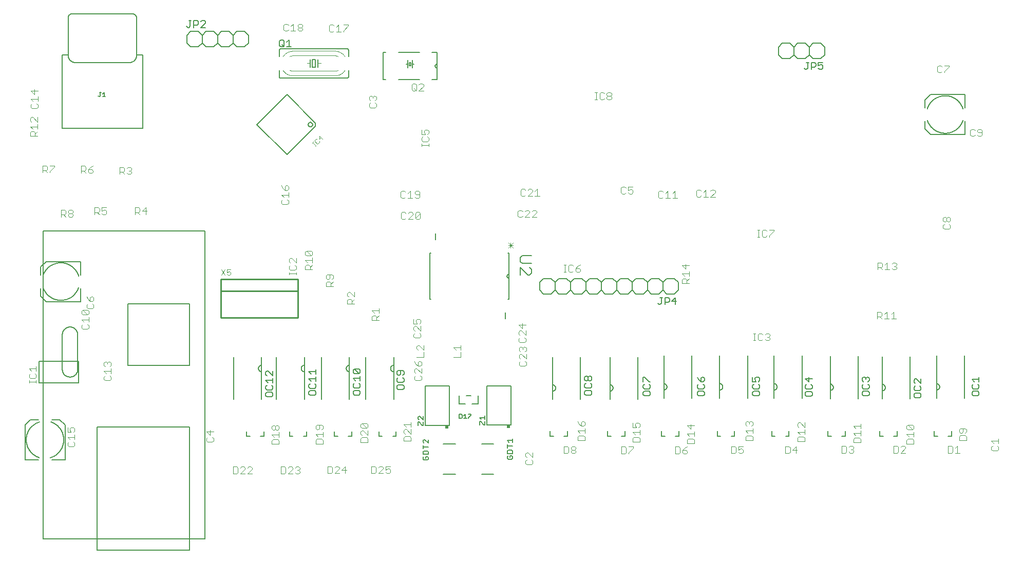
<source format=gbr>
G75*
%MOIN*%
%OFA0B0*%
%FSLAX25Y25*%
%IPPOS*%
%LPD*%
%AMOC8*
5,1,8,0,0,1.08239X$1,22.5*
%
%ADD10C,0.00400*%
%ADD11C,0.00600*%
%ADD12C,0.00500*%
%ADD13C,0.01000*%
%ADD14C,0.00800*%
%ADD15C,0.00300*%
%ADD16C,0.00200*%
%ADD17C,0.00700*%
%ADD18R,0.01969X0.01969*%
D10*
X0050609Y0068604D02*
X0053678Y0068604D01*
X0054446Y0069371D01*
X0054446Y0070905D01*
X0053678Y0071673D01*
X0054446Y0073207D02*
X0054446Y0076277D01*
X0054446Y0074742D02*
X0049842Y0074742D01*
X0051376Y0073207D01*
X0050609Y0071673D02*
X0049842Y0070905D01*
X0049842Y0069371D01*
X0050609Y0068604D01*
X0049842Y0077811D02*
X0052144Y0077811D01*
X0051376Y0079346D01*
X0051376Y0080113D01*
X0052144Y0080881D01*
X0053678Y0080881D01*
X0054446Y0080113D01*
X0054446Y0078579D01*
X0053678Y0077811D01*
X0049842Y0077811D02*
X0049842Y0080881D01*
X0029437Y0109923D02*
X0029437Y0111457D01*
X0029437Y0110690D02*
X0024833Y0110690D01*
X0024833Y0109923D02*
X0024833Y0111457D01*
X0025600Y0112992D02*
X0028670Y0112992D01*
X0029437Y0113759D01*
X0029437Y0115294D01*
X0028670Y0116061D01*
X0029437Y0117596D02*
X0029437Y0120665D01*
X0029437Y0119131D02*
X0024833Y0119131D01*
X0026368Y0117596D01*
X0025600Y0116061D02*
X0024833Y0115294D01*
X0024833Y0113759D01*
X0025600Y0112992D01*
X0073383Y0113752D02*
X0073383Y0112217D01*
X0074150Y0111450D01*
X0077220Y0111450D01*
X0077987Y0112217D01*
X0077987Y0113752D01*
X0077220Y0114519D01*
X0077987Y0116054D02*
X0077987Y0119123D01*
X0077987Y0117589D02*
X0073383Y0117589D01*
X0074918Y0116054D01*
X0074150Y0114519D02*
X0073383Y0113752D01*
X0074150Y0120658D02*
X0073383Y0121425D01*
X0073383Y0122960D01*
X0074150Y0123727D01*
X0074918Y0123727D01*
X0075685Y0122960D01*
X0076452Y0123727D01*
X0077220Y0123727D01*
X0077987Y0122960D01*
X0077987Y0121425D01*
X0077220Y0120658D01*
X0075685Y0122192D02*
X0075685Y0122960D01*
X0062720Y0144950D02*
X0063487Y0145717D01*
X0063487Y0147252D01*
X0062720Y0148019D01*
X0063487Y0149554D02*
X0063487Y0152623D01*
X0063487Y0151089D02*
X0058883Y0151089D01*
X0060418Y0149554D01*
X0059650Y0148019D02*
X0058883Y0147252D01*
X0058883Y0145717D01*
X0059650Y0144950D01*
X0062720Y0144950D01*
X0062720Y0154158D02*
X0059650Y0157227D01*
X0062720Y0157227D01*
X0063487Y0156460D01*
X0063487Y0154925D01*
X0062720Y0154158D01*
X0059650Y0154158D01*
X0058883Y0154925D01*
X0058883Y0156460D01*
X0059650Y0157227D01*
X0062174Y0159106D02*
X0062942Y0158339D01*
X0066011Y0158339D01*
X0066778Y0159106D01*
X0066778Y0160641D01*
X0066011Y0161408D01*
X0066011Y0162943D02*
X0066778Y0163710D01*
X0066778Y0165244D01*
X0066011Y0166012D01*
X0065244Y0166012D01*
X0064476Y0165244D01*
X0064476Y0162943D01*
X0066011Y0162943D01*
X0064476Y0162943D02*
X0062942Y0164477D01*
X0062174Y0166012D01*
X0062942Y0161408D02*
X0062174Y0160641D01*
X0062174Y0159106D01*
X0149637Y0179950D02*
X0152039Y0183553D01*
X0153320Y0183553D02*
X0153320Y0181752D01*
X0154521Y0182352D01*
X0155122Y0182352D01*
X0155722Y0181752D01*
X0155722Y0180551D01*
X0155122Y0179950D01*
X0153921Y0179950D01*
X0153320Y0180551D01*
X0152039Y0179950D02*
X0149637Y0183553D01*
X0153320Y0183553D02*
X0155722Y0183553D01*
X0193633Y0184009D02*
X0194400Y0183242D01*
X0197470Y0183242D01*
X0198237Y0184009D01*
X0198237Y0185544D01*
X0197470Y0186311D01*
X0198237Y0187846D02*
X0195168Y0190915D01*
X0194400Y0190915D01*
X0193633Y0190148D01*
X0193633Y0188613D01*
X0194400Y0187846D01*
X0194400Y0186311D02*
X0193633Y0185544D01*
X0193633Y0184009D01*
X0193633Y0181707D02*
X0193633Y0180173D01*
X0193633Y0180940D02*
X0198237Y0180940D01*
X0198237Y0180173D02*
X0198237Y0181707D01*
X0198237Y0187846D02*
X0198237Y0190915D01*
X0204133Y0189589D02*
X0205668Y0188054D01*
X0206435Y0186519D02*
X0204900Y0186519D01*
X0204133Y0185752D01*
X0204133Y0183450D01*
X0208737Y0183450D01*
X0207202Y0183450D02*
X0207202Y0185752D01*
X0206435Y0186519D01*
X0207202Y0184985D02*
X0208737Y0186519D01*
X0208737Y0188054D02*
X0208737Y0191123D01*
X0208737Y0189589D02*
X0204133Y0189589D01*
X0204900Y0192658D02*
X0204133Y0193425D01*
X0204133Y0194960D01*
X0204900Y0195727D01*
X0207970Y0192658D01*
X0208737Y0193425D01*
X0208737Y0194960D01*
X0207970Y0195727D01*
X0204900Y0195727D01*
X0204900Y0192658D02*
X0207970Y0192658D01*
X0218400Y0180373D02*
X0217633Y0179606D01*
X0217633Y0178071D01*
X0218400Y0177304D01*
X0219168Y0177304D01*
X0219935Y0178071D01*
X0219935Y0180373D01*
X0221470Y0180373D02*
X0218400Y0180373D01*
X0221470Y0180373D02*
X0222237Y0179606D01*
X0222237Y0178071D01*
X0221470Y0177304D01*
X0222237Y0175769D02*
X0220702Y0174235D01*
X0220702Y0175002D02*
X0220702Y0172700D01*
X0222237Y0172700D02*
X0217633Y0172700D01*
X0217633Y0175002D01*
X0218400Y0175769D01*
X0219935Y0175769D01*
X0220702Y0175002D01*
X0231383Y0168106D02*
X0231383Y0166571D01*
X0232150Y0165804D01*
X0232150Y0164269D02*
X0233685Y0164269D01*
X0234452Y0163502D01*
X0234452Y0161200D01*
X0234452Y0162735D02*
X0235987Y0164269D01*
X0235987Y0165804D02*
X0232918Y0168873D01*
X0232150Y0168873D01*
X0231383Y0168106D01*
X0232150Y0164269D02*
X0231383Y0163502D01*
X0231383Y0161200D01*
X0235987Y0161200D01*
X0235987Y0165804D02*
X0235987Y0168873D01*
X0247383Y0156839D02*
X0251987Y0156839D01*
X0251987Y0158373D02*
X0251987Y0155304D01*
X0251987Y0153769D02*
X0250452Y0152235D01*
X0250452Y0153002D02*
X0250452Y0150700D01*
X0251987Y0150700D02*
X0247383Y0150700D01*
X0247383Y0153002D01*
X0248150Y0153769D01*
X0249685Y0153769D01*
X0250452Y0153002D01*
X0248918Y0155304D02*
X0247383Y0156839D01*
X0274383Y0151415D02*
X0274383Y0148346D01*
X0276685Y0148346D01*
X0275918Y0149881D01*
X0275918Y0150648D01*
X0276685Y0151415D01*
X0278220Y0151415D01*
X0278987Y0150648D01*
X0278987Y0149113D01*
X0278220Y0148346D01*
X0278987Y0146811D02*
X0278987Y0143742D01*
X0275918Y0146811D01*
X0275150Y0146811D01*
X0274383Y0146044D01*
X0274383Y0144509D01*
X0275150Y0143742D01*
X0275150Y0142207D02*
X0274383Y0141440D01*
X0274383Y0139906D01*
X0275150Y0139138D01*
X0278220Y0139138D01*
X0278987Y0139906D01*
X0278987Y0141440D01*
X0278220Y0142207D01*
X0277918Y0134415D02*
X0277150Y0134415D01*
X0276383Y0133648D01*
X0276383Y0132113D01*
X0277150Y0131346D01*
X0277918Y0134415D02*
X0280987Y0131346D01*
X0280987Y0134415D01*
X0280987Y0129811D02*
X0280987Y0126742D01*
X0276383Y0126742D01*
X0274883Y0123915D02*
X0275650Y0122381D01*
X0277185Y0120846D01*
X0277185Y0123148D01*
X0277952Y0123915D01*
X0278720Y0123915D01*
X0279487Y0123148D01*
X0279487Y0121613D01*
X0278720Y0120846D01*
X0277185Y0120846D01*
X0276418Y0119311D02*
X0275650Y0119311D01*
X0274883Y0118544D01*
X0274883Y0117009D01*
X0275650Y0116242D01*
X0275650Y0114707D02*
X0274883Y0113940D01*
X0274883Y0112406D01*
X0275650Y0111638D01*
X0278720Y0111638D01*
X0279487Y0112406D01*
X0279487Y0113940D01*
X0278720Y0114707D01*
X0279487Y0116242D02*
X0276418Y0119311D01*
X0279487Y0119311D02*
X0279487Y0116242D01*
X0300383Y0126742D02*
X0304987Y0126742D01*
X0304987Y0129811D01*
X0304987Y0131346D02*
X0304987Y0134415D01*
X0304987Y0132881D02*
X0300383Y0132881D01*
X0301918Y0131346D01*
X0342883Y0130925D02*
X0342883Y0132460D01*
X0343650Y0133227D01*
X0344418Y0133227D01*
X0345185Y0132460D01*
X0345952Y0133227D01*
X0346720Y0133227D01*
X0347487Y0132460D01*
X0347487Y0130925D01*
X0346720Y0130158D01*
X0347487Y0128623D02*
X0347487Y0125554D01*
X0344418Y0128623D01*
X0343650Y0128623D01*
X0342883Y0127856D01*
X0342883Y0126321D01*
X0343650Y0125554D01*
X0343650Y0124019D02*
X0342883Y0123252D01*
X0342883Y0121717D01*
X0343650Y0120950D01*
X0346720Y0120950D01*
X0347487Y0121717D01*
X0347487Y0123252D01*
X0346720Y0124019D01*
X0343650Y0130158D02*
X0342883Y0130925D01*
X0345185Y0131692D02*
X0345185Y0132460D01*
X0346470Y0136200D02*
X0347237Y0136967D01*
X0347237Y0138502D01*
X0346470Y0139269D01*
X0347237Y0140804D02*
X0344168Y0143873D01*
X0343400Y0143873D01*
X0342633Y0143106D01*
X0342633Y0141571D01*
X0343400Y0140804D01*
X0343400Y0139269D02*
X0342633Y0138502D01*
X0342633Y0136967D01*
X0343400Y0136200D01*
X0346470Y0136200D01*
X0347237Y0140804D02*
X0347237Y0143873D01*
X0344935Y0145408D02*
X0344935Y0148477D01*
X0342633Y0147710D02*
X0344935Y0145408D01*
X0347237Y0147710D02*
X0342633Y0147710D01*
X0371860Y0181950D02*
X0373394Y0181950D01*
X0372627Y0181950D02*
X0372627Y0186554D01*
X0371860Y0186554D02*
X0373394Y0186554D01*
X0374929Y0185787D02*
X0374929Y0182717D01*
X0375696Y0181950D01*
X0377231Y0181950D01*
X0377998Y0182717D01*
X0379533Y0182717D02*
X0380300Y0181950D01*
X0381835Y0181950D01*
X0382602Y0182717D01*
X0382602Y0183485D01*
X0381835Y0184252D01*
X0379533Y0184252D01*
X0379533Y0182717D01*
X0379533Y0184252D02*
X0381068Y0185787D01*
X0382602Y0186554D01*
X0377998Y0185787D02*
X0377231Y0186554D01*
X0375696Y0186554D01*
X0374929Y0185787D01*
X0354414Y0217450D02*
X0351345Y0217450D01*
X0354414Y0220519D01*
X0354414Y0221287D01*
X0353647Y0222054D01*
X0352112Y0222054D01*
X0351345Y0221287D01*
X0349810Y0221287D02*
X0349043Y0222054D01*
X0347508Y0222054D01*
X0346741Y0221287D01*
X0345206Y0221287D02*
X0344439Y0222054D01*
X0342904Y0222054D01*
X0342137Y0221287D01*
X0342137Y0218217D01*
X0342904Y0217450D01*
X0344439Y0217450D01*
X0345206Y0218217D01*
X0346741Y0217450D02*
X0349810Y0220519D01*
X0349810Y0221287D01*
X0349810Y0217450D02*
X0346741Y0217450D01*
X0346189Y0231200D02*
X0346956Y0231967D01*
X0346189Y0231200D02*
X0344654Y0231200D01*
X0343887Y0231967D01*
X0343887Y0235037D01*
X0344654Y0235804D01*
X0346189Y0235804D01*
X0346956Y0235037D01*
X0348491Y0235037D02*
X0349258Y0235804D01*
X0350793Y0235804D01*
X0351560Y0235037D01*
X0351560Y0234269D01*
X0348491Y0231200D01*
X0351560Y0231200D01*
X0353095Y0231200D02*
X0356164Y0231200D01*
X0354629Y0231200D02*
X0354629Y0235804D01*
X0353095Y0234269D01*
X0409137Y0233467D02*
X0409904Y0232700D01*
X0411439Y0232700D01*
X0412206Y0233467D01*
X0413741Y0233467D02*
X0414508Y0232700D01*
X0416043Y0232700D01*
X0416810Y0233467D01*
X0416810Y0235002D01*
X0416043Y0235769D01*
X0415276Y0235769D01*
X0413741Y0235002D01*
X0413741Y0237304D01*
X0416810Y0237304D01*
X0412206Y0236537D02*
X0411439Y0237304D01*
X0409904Y0237304D01*
X0409137Y0236537D01*
X0409137Y0233467D01*
X0433325Y0233787D02*
X0433325Y0230717D01*
X0434093Y0229950D01*
X0435627Y0229950D01*
X0436394Y0230717D01*
X0437929Y0229950D02*
X0440998Y0229950D01*
X0439464Y0229950D02*
X0439464Y0234554D01*
X0437929Y0233019D01*
X0436394Y0233787D02*
X0435627Y0234554D01*
X0434093Y0234554D01*
X0433325Y0233787D01*
X0442533Y0233019D02*
X0444068Y0234554D01*
X0444068Y0229950D01*
X0445602Y0229950D02*
X0442533Y0229950D01*
X0457887Y0231467D02*
X0457887Y0234537D01*
X0458654Y0235304D01*
X0460189Y0235304D01*
X0460956Y0234537D01*
X0462491Y0233769D02*
X0464026Y0235304D01*
X0464026Y0230700D01*
X0465560Y0230700D02*
X0462491Y0230700D01*
X0460956Y0231467D02*
X0460189Y0230700D01*
X0458654Y0230700D01*
X0457887Y0231467D01*
X0467095Y0230700D02*
X0470164Y0233769D01*
X0470164Y0234537D01*
X0469397Y0235304D01*
X0467862Y0235304D01*
X0467095Y0234537D01*
X0467095Y0230700D02*
X0470164Y0230700D01*
X0497610Y0209304D02*
X0499144Y0209304D01*
X0498377Y0209304D02*
X0498377Y0204700D01*
X0497610Y0204700D02*
X0499144Y0204700D01*
X0500679Y0205467D02*
X0501446Y0204700D01*
X0502981Y0204700D01*
X0503748Y0205467D01*
X0505283Y0205467D02*
X0508352Y0208537D01*
X0508352Y0209304D01*
X0505283Y0209304D01*
X0503748Y0208537D02*
X0502981Y0209304D01*
X0501446Y0209304D01*
X0500679Y0208537D01*
X0500679Y0205467D01*
X0505283Y0205467D02*
X0505283Y0204700D01*
X0453237Y0186210D02*
X0448633Y0186210D01*
X0450935Y0183908D01*
X0450935Y0186977D01*
X0453237Y0182373D02*
X0453237Y0179304D01*
X0453237Y0180839D02*
X0448633Y0180839D01*
X0450168Y0179304D01*
X0450935Y0177769D02*
X0451702Y0177002D01*
X0451702Y0174700D01*
X0451702Y0176235D02*
X0453237Y0177769D01*
X0450935Y0177769D02*
X0449400Y0177769D01*
X0448633Y0177002D01*
X0448633Y0174700D01*
X0453237Y0174700D01*
X0494887Y0142054D02*
X0496422Y0142054D01*
X0495654Y0142054D02*
X0495654Y0137450D01*
X0494887Y0137450D02*
X0496422Y0137450D01*
X0497956Y0138217D02*
X0497956Y0141287D01*
X0498724Y0142054D01*
X0500258Y0142054D01*
X0501026Y0141287D01*
X0502560Y0141287D02*
X0503328Y0142054D01*
X0504862Y0142054D01*
X0505629Y0141287D01*
X0505629Y0140519D01*
X0504862Y0139752D01*
X0505629Y0138985D01*
X0505629Y0138217D01*
X0504862Y0137450D01*
X0503328Y0137450D01*
X0502560Y0138217D01*
X0501026Y0138217D02*
X0500258Y0137450D01*
X0498724Y0137450D01*
X0497956Y0138217D01*
X0504095Y0139752D02*
X0504862Y0139752D01*
X0575387Y0151450D02*
X0575387Y0156054D01*
X0577689Y0156054D01*
X0578456Y0155287D01*
X0578456Y0153752D01*
X0577689Y0152985D01*
X0575387Y0152985D01*
X0576922Y0152985D02*
X0578456Y0151450D01*
X0579991Y0151450D02*
X0583060Y0151450D01*
X0581526Y0151450D02*
X0581526Y0156054D01*
X0579991Y0154519D01*
X0584595Y0154519D02*
X0586129Y0156054D01*
X0586129Y0151450D01*
X0584595Y0151450D02*
X0587664Y0151450D01*
X0587147Y0183450D02*
X0585612Y0183450D01*
X0584845Y0184217D01*
X0583310Y0183450D02*
X0580241Y0183450D01*
X0581776Y0183450D02*
X0581776Y0188054D01*
X0580241Y0186519D01*
X0578706Y0185752D02*
X0577939Y0184985D01*
X0575637Y0184985D01*
X0577172Y0184985D02*
X0578706Y0183450D01*
X0578706Y0185752D02*
X0578706Y0187287D01*
X0577939Y0188054D01*
X0575637Y0188054D01*
X0575637Y0183450D01*
X0584845Y0187287D02*
X0585612Y0188054D01*
X0587147Y0188054D01*
X0587914Y0187287D01*
X0587914Y0186519D01*
X0587147Y0185752D01*
X0587914Y0184985D01*
X0587914Y0184217D01*
X0587147Y0183450D01*
X0587147Y0185752D02*
X0586379Y0185752D01*
X0618133Y0210717D02*
X0618900Y0209950D01*
X0621970Y0209950D01*
X0622737Y0210717D01*
X0622737Y0212252D01*
X0621970Y0213019D01*
X0621970Y0214554D02*
X0621202Y0214554D01*
X0620435Y0215321D01*
X0620435Y0216856D01*
X0621202Y0217623D01*
X0621970Y0217623D01*
X0622737Y0216856D01*
X0622737Y0215321D01*
X0621970Y0214554D01*
X0620435Y0215321D02*
X0619668Y0214554D01*
X0618900Y0214554D01*
X0618133Y0215321D01*
X0618133Y0216856D01*
X0618900Y0217623D01*
X0619668Y0217623D01*
X0620435Y0216856D01*
X0618900Y0213019D02*
X0618133Y0212252D01*
X0618133Y0210717D01*
X0636543Y0270159D02*
X0638078Y0270159D01*
X0638845Y0270926D01*
X0640380Y0270926D02*
X0641147Y0270159D01*
X0642681Y0270159D01*
X0643449Y0270926D01*
X0643449Y0273995D01*
X0642681Y0274763D01*
X0641147Y0274763D01*
X0640380Y0273995D01*
X0640380Y0273228D01*
X0641147Y0272461D01*
X0643449Y0272461D01*
X0638845Y0273995D02*
X0638078Y0274763D01*
X0636543Y0274763D01*
X0635776Y0273995D01*
X0635776Y0270926D01*
X0636543Y0270159D01*
X0618991Y0311450D02*
X0618991Y0312217D01*
X0622060Y0315287D01*
X0622060Y0316054D01*
X0618991Y0316054D01*
X0617456Y0315287D02*
X0616689Y0316054D01*
X0615154Y0316054D01*
X0614387Y0315287D01*
X0614387Y0312217D01*
X0615154Y0311450D01*
X0616689Y0311450D01*
X0617456Y0312217D01*
X0402852Y0297787D02*
X0402852Y0297019D01*
X0402085Y0296252D01*
X0400550Y0296252D01*
X0399783Y0297019D01*
X0399783Y0297787D01*
X0400550Y0298554D01*
X0402085Y0298554D01*
X0402852Y0297787D01*
X0402085Y0296252D02*
X0402852Y0295485D01*
X0402852Y0294717D01*
X0402085Y0293950D01*
X0400550Y0293950D01*
X0399783Y0294717D01*
X0399783Y0295485D01*
X0400550Y0296252D01*
X0398248Y0297787D02*
X0397481Y0298554D01*
X0395946Y0298554D01*
X0395179Y0297787D01*
X0395179Y0294717D01*
X0395946Y0293950D01*
X0397481Y0293950D01*
X0398248Y0294717D01*
X0393644Y0293950D02*
X0392110Y0293950D01*
X0392877Y0293950D02*
X0392877Y0298554D01*
X0392110Y0298554D02*
X0393644Y0298554D01*
X0284237Y0273648D02*
X0284237Y0272113D01*
X0283470Y0271346D01*
X0283470Y0269811D02*
X0284237Y0269044D01*
X0284237Y0267509D01*
X0283470Y0266742D01*
X0280400Y0266742D01*
X0279633Y0267509D01*
X0279633Y0269044D01*
X0280400Y0269811D01*
X0279633Y0271346D02*
X0281935Y0271346D01*
X0281168Y0272881D01*
X0281168Y0273648D01*
X0281935Y0274415D01*
X0283470Y0274415D01*
X0284237Y0273648D01*
X0279633Y0274415D02*
X0279633Y0271346D01*
X0279633Y0265207D02*
X0279633Y0263673D01*
X0279633Y0264440D02*
X0284237Y0264440D01*
X0284237Y0263673D02*
X0284237Y0265207D01*
X0250237Y0289509D02*
X0250237Y0291044D01*
X0249470Y0291811D01*
X0249470Y0293346D02*
X0250237Y0294113D01*
X0250237Y0295648D01*
X0249470Y0296415D01*
X0248702Y0296415D01*
X0247935Y0295648D01*
X0247935Y0294881D01*
X0247935Y0295648D02*
X0247168Y0296415D01*
X0246400Y0296415D01*
X0245633Y0295648D01*
X0245633Y0294113D01*
X0246400Y0293346D01*
X0246400Y0291811D02*
X0245633Y0291044D01*
X0245633Y0289509D01*
X0246400Y0288742D01*
X0249470Y0288742D01*
X0250237Y0289509D01*
X0273179Y0300467D02*
X0273946Y0299700D01*
X0275481Y0299700D01*
X0276248Y0300467D01*
X0276248Y0303537D01*
X0275481Y0304304D01*
X0273946Y0304304D01*
X0273179Y0303537D01*
X0273179Y0300467D01*
X0274714Y0301235D02*
X0276248Y0299700D01*
X0277783Y0299700D02*
X0280852Y0302769D01*
X0280852Y0303537D01*
X0280085Y0304304D01*
X0278550Y0304304D01*
X0277783Y0303537D01*
X0277783Y0299700D02*
X0280852Y0299700D01*
X0231914Y0341787D02*
X0228845Y0338717D01*
X0228845Y0337950D01*
X0227310Y0337950D02*
X0224241Y0337950D01*
X0225776Y0337950D02*
X0225776Y0342554D01*
X0224241Y0341019D01*
X0222706Y0341787D02*
X0221939Y0342554D01*
X0220404Y0342554D01*
X0219637Y0341787D01*
X0219637Y0338717D01*
X0220404Y0337950D01*
X0221939Y0337950D01*
X0222706Y0338717D01*
X0228845Y0342554D02*
X0231914Y0342554D01*
X0231914Y0341787D01*
X0202414Y0341519D02*
X0201647Y0340752D01*
X0200112Y0340752D01*
X0199345Y0341519D01*
X0199345Y0342287D01*
X0200112Y0343054D01*
X0201647Y0343054D01*
X0202414Y0342287D01*
X0202414Y0341519D01*
X0201647Y0340752D02*
X0202414Y0339985D01*
X0202414Y0339217D01*
X0201647Y0338450D01*
X0200112Y0338450D01*
X0199345Y0339217D01*
X0199345Y0339985D01*
X0200112Y0340752D01*
X0197810Y0338450D02*
X0194741Y0338450D01*
X0196276Y0338450D02*
X0196276Y0343054D01*
X0194741Y0341519D01*
X0193206Y0342287D02*
X0192439Y0343054D01*
X0190904Y0343054D01*
X0190137Y0342287D01*
X0190137Y0339217D01*
X0190904Y0338450D01*
X0192439Y0338450D01*
X0193206Y0339217D01*
X0030487Y0299710D02*
X0025883Y0299710D01*
X0028185Y0297408D01*
X0028185Y0300477D01*
X0030487Y0295873D02*
X0030487Y0292804D01*
X0030487Y0294339D02*
X0025883Y0294339D01*
X0027418Y0292804D01*
X0026650Y0291269D02*
X0025883Y0290502D01*
X0025883Y0288967D01*
X0026650Y0288200D01*
X0029720Y0288200D01*
X0030487Y0288967D01*
X0030487Y0290502D01*
X0029720Y0291269D01*
X0030237Y0282477D02*
X0030237Y0279408D01*
X0027168Y0282477D01*
X0026400Y0282477D01*
X0025633Y0281710D01*
X0025633Y0280175D01*
X0026400Y0279408D01*
X0025633Y0276339D02*
X0030237Y0276339D01*
X0030237Y0277873D02*
X0030237Y0274804D01*
X0030237Y0273269D02*
X0028702Y0271735D01*
X0028702Y0272502D02*
X0028702Y0270200D01*
X0030237Y0270200D02*
X0025633Y0270200D01*
X0025633Y0272502D01*
X0026400Y0273269D01*
X0027935Y0273269D01*
X0028702Y0272502D01*
X0027168Y0274804D02*
X0025633Y0276339D01*
X0033637Y0251054D02*
X0035939Y0251054D01*
X0036706Y0250287D01*
X0036706Y0248752D01*
X0035939Y0247985D01*
X0033637Y0247985D01*
X0035172Y0247985D02*
X0036706Y0246450D01*
X0038241Y0246450D02*
X0038241Y0247217D01*
X0041310Y0250287D01*
X0041310Y0251054D01*
X0038241Y0251054D01*
X0033637Y0251054D02*
X0033637Y0246450D01*
X0058637Y0246200D02*
X0058637Y0250804D01*
X0060939Y0250804D01*
X0061706Y0250037D01*
X0061706Y0248502D01*
X0060939Y0247735D01*
X0058637Y0247735D01*
X0060172Y0247735D02*
X0061706Y0246200D01*
X0063241Y0246967D02*
X0064008Y0246200D01*
X0065543Y0246200D01*
X0066310Y0246967D01*
X0066310Y0247735D01*
X0065543Y0248502D01*
X0063241Y0248502D01*
X0063241Y0246967D01*
X0063241Y0248502D02*
X0064776Y0250037D01*
X0066310Y0250804D01*
X0083637Y0250054D02*
X0083637Y0245450D01*
X0083637Y0246985D02*
X0085939Y0246985D01*
X0086706Y0247752D01*
X0086706Y0249287D01*
X0085939Y0250054D01*
X0083637Y0250054D01*
X0085172Y0246985D02*
X0086706Y0245450D01*
X0088241Y0246217D02*
X0089008Y0245450D01*
X0090543Y0245450D01*
X0091310Y0246217D01*
X0091310Y0246985D01*
X0090543Y0247752D01*
X0089776Y0247752D01*
X0090543Y0247752D02*
X0091310Y0248519D01*
X0091310Y0249287D01*
X0090543Y0250054D01*
X0089008Y0250054D01*
X0088241Y0249287D01*
X0093637Y0223804D02*
X0095939Y0223804D01*
X0096706Y0223037D01*
X0096706Y0221502D01*
X0095939Y0220735D01*
X0093637Y0220735D01*
X0095172Y0220735D02*
X0096706Y0219200D01*
X0098241Y0221502D02*
X0101310Y0221502D01*
X0100543Y0219200D02*
X0100543Y0223804D01*
X0098241Y0221502D01*
X0093637Y0219200D02*
X0093637Y0223804D01*
X0075102Y0223804D02*
X0072033Y0223804D01*
X0072033Y0221502D01*
X0073568Y0222269D01*
X0074335Y0222269D01*
X0075102Y0221502D01*
X0075102Y0219967D01*
X0074335Y0219200D01*
X0072800Y0219200D01*
X0072033Y0219967D01*
X0070498Y0219200D02*
X0068964Y0220735D01*
X0069731Y0220735D02*
X0067429Y0220735D01*
X0067429Y0219200D02*
X0067429Y0223804D01*
X0069731Y0223804D01*
X0070498Y0223037D01*
X0070498Y0221502D01*
X0069731Y0220735D01*
X0053310Y0220769D02*
X0052543Y0220002D01*
X0051008Y0220002D01*
X0050241Y0220769D01*
X0050241Y0221537D01*
X0051008Y0222304D01*
X0052543Y0222304D01*
X0053310Y0221537D01*
X0053310Y0220769D01*
X0052543Y0220002D02*
X0053310Y0219235D01*
X0053310Y0218467D01*
X0052543Y0217700D01*
X0051008Y0217700D01*
X0050241Y0218467D01*
X0050241Y0219235D01*
X0051008Y0220002D01*
X0048706Y0220002D02*
X0048706Y0221537D01*
X0047939Y0222304D01*
X0045637Y0222304D01*
X0045637Y0217700D01*
X0045637Y0219235D02*
X0047939Y0219235D01*
X0048706Y0220002D01*
X0047172Y0219235D02*
X0048706Y0217700D01*
X0188633Y0226656D02*
X0189400Y0225888D01*
X0192470Y0225888D01*
X0193237Y0226656D01*
X0193237Y0228190D01*
X0192470Y0228957D01*
X0193237Y0230492D02*
X0193237Y0233561D01*
X0193237Y0232027D02*
X0188633Y0232027D01*
X0190168Y0230492D01*
X0189400Y0228957D02*
X0188633Y0228190D01*
X0188633Y0226656D01*
X0190935Y0235096D02*
X0190935Y0237398D01*
X0191702Y0238165D01*
X0192470Y0238165D01*
X0193237Y0237398D01*
X0193237Y0235863D01*
X0192470Y0235096D01*
X0190935Y0235096D01*
X0189400Y0236631D01*
X0188633Y0238165D01*
X0266075Y0233787D02*
X0266075Y0230717D01*
X0266843Y0229950D01*
X0268377Y0229950D01*
X0269144Y0230717D01*
X0270679Y0229950D02*
X0273748Y0229950D01*
X0272214Y0229950D02*
X0272214Y0234554D01*
X0270679Y0233019D01*
X0269144Y0233787D02*
X0268377Y0234554D01*
X0266843Y0234554D01*
X0266075Y0233787D01*
X0275283Y0233787D02*
X0276050Y0234554D01*
X0277585Y0234554D01*
X0278352Y0233787D01*
X0278352Y0230717D01*
X0277585Y0229950D01*
X0276050Y0229950D01*
X0275283Y0230717D01*
X0276050Y0232252D02*
X0278352Y0232252D01*
X0276050Y0232252D02*
X0275283Y0233019D01*
X0275283Y0233787D01*
X0276300Y0220804D02*
X0277835Y0220804D01*
X0278602Y0220037D01*
X0275533Y0216967D01*
X0276300Y0216200D01*
X0277835Y0216200D01*
X0278602Y0216967D01*
X0278602Y0220037D01*
X0276300Y0220804D02*
X0275533Y0220037D01*
X0275533Y0216967D01*
X0273998Y0216200D02*
X0270929Y0216200D01*
X0273998Y0219269D01*
X0273998Y0220037D01*
X0273231Y0220804D01*
X0271696Y0220804D01*
X0270929Y0220037D01*
X0269394Y0220037D02*
X0268627Y0220804D01*
X0267093Y0220804D01*
X0266325Y0220037D01*
X0266325Y0216967D01*
X0267093Y0216200D01*
X0268627Y0216200D01*
X0269394Y0216967D01*
X0272737Y0084415D02*
X0272737Y0081346D01*
X0272737Y0079811D02*
X0272737Y0076742D01*
X0269668Y0079811D01*
X0268900Y0079811D01*
X0268133Y0079044D01*
X0268133Y0077509D01*
X0268900Y0076742D01*
X0268900Y0075207D02*
X0268133Y0074440D01*
X0268133Y0072138D01*
X0272737Y0072138D01*
X0272737Y0074440D01*
X0271970Y0075207D01*
X0268900Y0075207D01*
X0269668Y0081346D02*
X0268133Y0082881D01*
X0272737Y0082881D01*
X0244737Y0082898D02*
X0244737Y0081363D01*
X0243970Y0080596D01*
X0240900Y0083665D01*
X0243970Y0083665D01*
X0244737Y0082898D01*
X0243970Y0080596D02*
X0240900Y0080596D01*
X0240133Y0081363D01*
X0240133Y0082898D01*
X0240900Y0083665D01*
X0240900Y0079061D02*
X0240133Y0078294D01*
X0240133Y0076759D01*
X0240900Y0075992D01*
X0240900Y0074457D02*
X0240133Y0073690D01*
X0240133Y0071388D01*
X0244737Y0071388D01*
X0244737Y0073690D01*
X0243970Y0074457D01*
X0240900Y0074457D01*
X0244737Y0075992D02*
X0241668Y0079061D01*
X0240900Y0079061D01*
X0244737Y0079061D02*
X0244737Y0075992D01*
X0215487Y0076527D02*
X0210883Y0076527D01*
X0212418Y0074992D01*
X0211650Y0073457D02*
X0210883Y0072690D01*
X0210883Y0070388D01*
X0215487Y0070388D01*
X0215487Y0072690D01*
X0214720Y0073457D01*
X0211650Y0073457D01*
X0215487Y0074992D02*
X0215487Y0078061D01*
X0214720Y0079596D02*
X0215487Y0080363D01*
X0215487Y0081898D01*
X0214720Y0082665D01*
X0211650Y0082665D01*
X0210883Y0081898D01*
X0210883Y0080363D01*
X0211650Y0079596D01*
X0212418Y0079596D01*
X0213185Y0080363D01*
X0213185Y0082665D01*
X0186987Y0081648D02*
X0186987Y0080113D01*
X0186220Y0079346D01*
X0185452Y0079346D01*
X0184685Y0080113D01*
X0184685Y0081648D01*
X0185452Y0082415D01*
X0186220Y0082415D01*
X0186987Y0081648D01*
X0184685Y0081648D02*
X0183918Y0082415D01*
X0183150Y0082415D01*
X0182383Y0081648D01*
X0182383Y0080113D01*
X0183150Y0079346D01*
X0183918Y0079346D01*
X0184685Y0080113D01*
X0186987Y0077811D02*
X0186987Y0074742D01*
X0186987Y0076277D02*
X0182383Y0076277D01*
X0183918Y0074742D01*
X0183150Y0073207D02*
X0182383Y0072440D01*
X0182383Y0070138D01*
X0186987Y0070138D01*
X0186987Y0072440D01*
X0186220Y0073207D01*
X0183150Y0073207D01*
X0188306Y0055491D02*
X0190608Y0055491D01*
X0191376Y0054724D01*
X0191376Y0051654D01*
X0190608Y0050887D01*
X0188306Y0050887D01*
X0188306Y0055491D01*
X0192910Y0054724D02*
X0193678Y0055491D01*
X0195212Y0055491D01*
X0195980Y0054724D01*
X0195980Y0053956D01*
X0192910Y0050887D01*
X0195980Y0050887D01*
X0197514Y0051654D02*
X0198281Y0050887D01*
X0199816Y0050887D01*
X0200583Y0051654D01*
X0200583Y0052422D01*
X0199816Y0053189D01*
X0199049Y0053189D01*
X0199816Y0053189D02*
X0200583Y0053956D01*
X0200583Y0054724D01*
X0199816Y0055491D01*
X0198281Y0055491D01*
X0197514Y0054724D01*
X0218556Y0055741D02*
X0218556Y0051137D01*
X0220858Y0051137D01*
X0221626Y0051904D01*
X0221626Y0054974D01*
X0220858Y0055741D01*
X0218556Y0055741D01*
X0223160Y0054974D02*
X0223928Y0055741D01*
X0225462Y0055741D01*
X0226230Y0054974D01*
X0226230Y0054206D01*
X0223160Y0051137D01*
X0226230Y0051137D01*
X0227764Y0053439D02*
X0230833Y0053439D01*
X0230066Y0055741D02*
X0227764Y0053439D01*
X0230066Y0051137D02*
X0230066Y0055741D01*
X0247056Y0055741D02*
X0247056Y0051137D01*
X0249358Y0051137D01*
X0250126Y0051904D01*
X0250126Y0054974D01*
X0249358Y0055741D01*
X0247056Y0055741D01*
X0251660Y0054974D02*
X0252428Y0055741D01*
X0253962Y0055741D01*
X0254730Y0054974D01*
X0254730Y0054206D01*
X0251660Y0051137D01*
X0254730Y0051137D01*
X0256264Y0051904D02*
X0257031Y0051137D01*
X0258566Y0051137D01*
X0259333Y0051904D01*
X0259333Y0053439D01*
X0258566Y0054206D01*
X0257799Y0054206D01*
X0256264Y0053439D01*
X0256264Y0055741D01*
X0259333Y0055741D01*
X0347133Y0057759D02*
X0347900Y0056992D01*
X0350970Y0056992D01*
X0351737Y0057759D01*
X0351737Y0059294D01*
X0350970Y0060061D01*
X0351737Y0061596D02*
X0348668Y0064665D01*
X0347900Y0064665D01*
X0347133Y0063898D01*
X0347133Y0062363D01*
X0347900Y0061596D01*
X0347900Y0060061D02*
X0347133Y0059294D01*
X0347133Y0057759D01*
X0351737Y0061596D02*
X0351737Y0064665D01*
X0372056Y0064137D02*
X0374358Y0064137D01*
X0375126Y0064904D01*
X0375126Y0067974D01*
X0374358Y0068741D01*
X0372056Y0068741D01*
X0372056Y0064137D01*
X0376660Y0064904D02*
X0376660Y0065672D01*
X0377428Y0066439D01*
X0378962Y0066439D01*
X0379730Y0065672D01*
X0379730Y0064904D01*
X0378962Y0064137D01*
X0377428Y0064137D01*
X0376660Y0064904D01*
X0377428Y0066439D02*
X0376660Y0067206D01*
X0376660Y0067974D01*
X0377428Y0068741D01*
X0378962Y0068741D01*
X0379730Y0067974D01*
X0379730Y0067206D01*
X0378962Y0066439D01*
X0380883Y0072638D02*
X0380883Y0074940D01*
X0381650Y0075707D01*
X0384720Y0075707D01*
X0385487Y0074940D01*
X0385487Y0072638D01*
X0380883Y0072638D01*
X0382418Y0077242D02*
X0380883Y0078777D01*
X0385487Y0078777D01*
X0385487Y0080311D02*
X0385487Y0077242D01*
X0384720Y0081846D02*
X0383185Y0081846D01*
X0383185Y0084148D01*
X0383952Y0084915D01*
X0384720Y0084915D01*
X0385487Y0084148D01*
X0385487Y0082613D01*
X0384720Y0081846D01*
X0383185Y0081846D02*
X0381650Y0083381D01*
X0380883Y0084915D01*
X0409306Y0068491D02*
X0411608Y0068491D01*
X0412376Y0067724D01*
X0412376Y0064654D01*
X0411608Y0063887D01*
X0409306Y0063887D01*
X0409306Y0068491D01*
X0413910Y0068491D02*
X0416980Y0068491D01*
X0416980Y0067724D01*
X0413910Y0064654D01*
X0413910Y0063887D01*
X0416633Y0071638D02*
X0416633Y0073940D01*
X0417400Y0074707D01*
X0420470Y0074707D01*
X0421237Y0073940D01*
X0421237Y0071638D01*
X0416633Y0071638D01*
X0418168Y0076242D02*
X0416633Y0077777D01*
X0421237Y0077777D01*
X0421237Y0079311D02*
X0421237Y0076242D01*
X0420470Y0080846D02*
X0421237Y0081613D01*
X0421237Y0083148D01*
X0420470Y0083915D01*
X0418935Y0083915D01*
X0418168Y0083148D01*
X0418168Y0082381D01*
X0418935Y0080846D01*
X0416633Y0080846D01*
X0416633Y0083915D01*
X0444306Y0068491D02*
X0446608Y0068491D01*
X0447376Y0067724D01*
X0447376Y0064654D01*
X0446608Y0063887D01*
X0444306Y0063887D01*
X0444306Y0068491D01*
X0448910Y0066189D02*
X0451212Y0066189D01*
X0451980Y0065422D01*
X0451980Y0064654D01*
X0451212Y0063887D01*
X0449678Y0063887D01*
X0448910Y0064654D01*
X0448910Y0066189D01*
X0450445Y0067724D01*
X0451980Y0068491D01*
X0451883Y0070638D02*
X0451883Y0072940D01*
X0452650Y0073707D01*
X0455720Y0073707D01*
X0456487Y0072940D01*
X0456487Y0070638D01*
X0451883Y0070638D01*
X0453418Y0075242D02*
X0451883Y0076777D01*
X0456487Y0076777D01*
X0456487Y0078311D02*
X0456487Y0075242D01*
X0454185Y0079846D02*
X0454185Y0082915D01*
X0451883Y0082148D02*
X0454185Y0079846D01*
X0456487Y0082148D02*
X0451883Y0082148D01*
X0480556Y0068741D02*
X0482858Y0068741D01*
X0483626Y0067974D01*
X0483626Y0064904D01*
X0482858Y0064137D01*
X0480556Y0064137D01*
X0480556Y0068741D01*
X0485160Y0068741D02*
X0485160Y0066439D01*
X0486695Y0067206D01*
X0487462Y0067206D01*
X0488230Y0066439D01*
X0488230Y0064904D01*
X0487462Y0064137D01*
X0485928Y0064137D01*
X0485160Y0064904D01*
X0485160Y0068741D02*
X0488230Y0068741D01*
X0489883Y0072638D02*
X0489883Y0074940D01*
X0490650Y0075707D01*
X0493720Y0075707D01*
X0494487Y0074940D01*
X0494487Y0072638D01*
X0489883Y0072638D01*
X0491418Y0077242D02*
X0489883Y0078777D01*
X0494487Y0078777D01*
X0494487Y0080311D02*
X0494487Y0077242D01*
X0493720Y0081846D02*
X0494487Y0082613D01*
X0494487Y0084148D01*
X0493720Y0084915D01*
X0492952Y0084915D01*
X0492185Y0084148D01*
X0492185Y0083381D01*
X0492185Y0084148D02*
X0491418Y0084915D01*
X0490650Y0084915D01*
X0489883Y0084148D01*
X0489883Y0082613D01*
X0490650Y0081846D01*
X0515806Y0068741D02*
X0518108Y0068741D01*
X0518876Y0067974D01*
X0518876Y0064904D01*
X0518108Y0064137D01*
X0515806Y0064137D01*
X0515806Y0068741D01*
X0520410Y0066439D02*
X0523480Y0066439D01*
X0522712Y0068741D02*
X0520410Y0066439D01*
X0522712Y0064137D02*
X0522712Y0068741D01*
X0523633Y0071888D02*
X0523633Y0074190D01*
X0524400Y0074957D01*
X0527470Y0074957D01*
X0528237Y0074190D01*
X0528237Y0071888D01*
X0523633Y0071888D01*
X0525168Y0076492D02*
X0523633Y0078027D01*
X0528237Y0078027D01*
X0528237Y0079561D02*
X0528237Y0076492D01*
X0528237Y0081096D02*
X0525168Y0084165D01*
X0524400Y0084165D01*
X0523633Y0083398D01*
X0523633Y0081863D01*
X0524400Y0081096D01*
X0528237Y0081096D02*
X0528237Y0084165D01*
X0552306Y0068991D02*
X0554608Y0068991D01*
X0555376Y0068224D01*
X0555376Y0065154D01*
X0554608Y0064387D01*
X0552306Y0064387D01*
X0552306Y0068991D01*
X0556910Y0068224D02*
X0557678Y0068991D01*
X0559212Y0068991D01*
X0559980Y0068224D01*
X0559980Y0067456D01*
X0559212Y0066689D01*
X0559980Y0065922D01*
X0559980Y0065154D01*
X0559212Y0064387D01*
X0557678Y0064387D01*
X0556910Y0065154D01*
X0558445Y0066689D02*
X0559212Y0066689D01*
X0559883Y0071138D02*
X0559883Y0073440D01*
X0560650Y0074207D01*
X0563720Y0074207D01*
X0564487Y0073440D01*
X0564487Y0071138D01*
X0559883Y0071138D01*
X0561418Y0075742D02*
X0559883Y0077277D01*
X0564487Y0077277D01*
X0564487Y0078811D02*
X0564487Y0075742D01*
X0564487Y0080346D02*
X0564487Y0083415D01*
X0564487Y0081881D02*
X0559883Y0081881D01*
X0561418Y0080346D01*
X0586056Y0068991D02*
X0588358Y0068991D01*
X0589126Y0068224D01*
X0589126Y0065154D01*
X0588358Y0064387D01*
X0586056Y0064387D01*
X0586056Y0068991D01*
X0590660Y0068224D02*
X0591428Y0068991D01*
X0592962Y0068991D01*
X0593730Y0068224D01*
X0593730Y0067456D01*
X0590660Y0064387D01*
X0593730Y0064387D01*
X0594383Y0070388D02*
X0594383Y0072690D01*
X0595150Y0073457D01*
X0598220Y0073457D01*
X0598987Y0072690D01*
X0598987Y0070388D01*
X0594383Y0070388D01*
X0595918Y0074992D02*
X0594383Y0076527D01*
X0598987Y0076527D01*
X0598987Y0078061D02*
X0598987Y0074992D01*
X0598220Y0079596D02*
X0595150Y0079596D01*
X0594383Y0080363D01*
X0594383Y0081898D01*
X0595150Y0082665D01*
X0598220Y0079596D01*
X0598987Y0080363D01*
X0598987Y0081898D01*
X0598220Y0082665D01*
X0595150Y0082665D01*
X0621306Y0068991D02*
X0623608Y0068991D01*
X0624376Y0068224D01*
X0624376Y0065154D01*
X0623608Y0064387D01*
X0621306Y0064387D01*
X0621306Y0068991D01*
X0625910Y0067456D02*
X0627445Y0068991D01*
X0627445Y0064387D01*
X0625910Y0064387D02*
X0628980Y0064387D01*
X0628633Y0072742D02*
X0628633Y0075044D01*
X0629400Y0075811D01*
X0632470Y0075811D01*
X0633237Y0075044D01*
X0633237Y0072742D01*
X0628633Y0072742D01*
X0629400Y0077346D02*
X0630168Y0077346D01*
X0630935Y0078113D01*
X0630935Y0080415D01*
X0629400Y0080415D02*
X0628633Y0079648D01*
X0628633Y0078113D01*
X0629400Y0077346D01*
X0629400Y0080415D02*
X0632470Y0080415D01*
X0633237Y0079648D01*
X0633237Y0078113D01*
X0632470Y0077346D01*
X0649383Y0072131D02*
X0650918Y0070596D01*
X0650150Y0069061D02*
X0649383Y0068294D01*
X0649383Y0066759D01*
X0650150Y0065992D01*
X0653220Y0065992D01*
X0653987Y0066759D01*
X0653987Y0068294D01*
X0653220Y0069061D01*
X0653987Y0070596D02*
X0653987Y0073665D01*
X0653987Y0072131D02*
X0649383Y0072131D01*
X0169583Y0054724D02*
X0168816Y0055491D01*
X0167281Y0055491D01*
X0166514Y0054724D01*
X0164980Y0054724D02*
X0164212Y0055491D01*
X0162678Y0055491D01*
X0161910Y0054724D01*
X0160376Y0054724D02*
X0159608Y0055491D01*
X0157306Y0055491D01*
X0157306Y0050887D01*
X0159608Y0050887D01*
X0160376Y0051654D01*
X0160376Y0054724D01*
X0161910Y0050887D02*
X0164980Y0053956D01*
X0164980Y0054724D01*
X0164980Y0050887D02*
X0161910Y0050887D01*
X0166514Y0050887D02*
X0169583Y0053956D01*
X0169583Y0054724D01*
X0169583Y0050887D02*
X0166514Y0050887D01*
X0144487Y0072259D02*
X0144487Y0073794D01*
X0143720Y0074561D01*
X0142185Y0076096D02*
X0142185Y0079165D01*
X0144487Y0078398D02*
X0139883Y0078398D01*
X0142185Y0076096D01*
X0140650Y0074561D02*
X0139883Y0073794D01*
X0139883Y0072259D01*
X0140650Y0071492D01*
X0143720Y0071492D01*
X0144487Y0072259D01*
D11*
X0166087Y0075150D02*
X0168287Y0075150D01*
X0166087Y0075150D02*
X0166087Y0078350D01*
X0175087Y0075150D02*
X0177287Y0075150D01*
X0177287Y0078350D01*
X0193837Y0078350D02*
X0193837Y0075150D01*
X0196037Y0075150D01*
X0202837Y0075150D02*
X0205037Y0075150D01*
X0205037Y0078350D01*
X0223087Y0078350D02*
X0223087Y0075150D01*
X0225287Y0075150D01*
X0232087Y0075150D02*
X0234287Y0075150D01*
X0234287Y0078350D01*
X0251837Y0078350D02*
X0251837Y0075150D01*
X0254037Y0075150D01*
X0260837Y0075150D02*
X0263037Y0075150D01*
X0263037Y0078350D01*
X0261551Y0099230D02*
X0261551Y0117272D01*
X0261551Y0121386D01*
X0261551Y0126770D01*
X0261551Y0121386D02*
X0261461Y0121384D01*
X0261372Y0121378D01*
X0261283Y0121368D01*
X0261194Y0121355D01*
X0261106Y0121337D01*
X0261019Y0121316D01*
X0260932Y0121291D01*
X0260847Y0121262D01*
X0260764Y0121229D01*
X0260682Y0121193D01*
X0260601Y0121154D01*
X0260523Y0121110D01*
X0260446Y0121064D01*
X0260371Y0121014D01*
X0260299Y0120961D01*
X0260229Y0120905D01*
X0260161Y0120846D01*
X0260096Y0120784D01*
X0260034Y0120719D01*
X0259975Y0120651D01*
X0259919Y0120581D01*
X0259866Y0120509D01*
X0259816Y0120434D01*
X0259770Y0120358D01*
X0259726Y0120279D01*
X0259687Y0120198D01*
X0259651Y0120116D01*
X0259618Y0120033D01*
X0259589Y0119948D01*
X0259564Y0119861D01*
X0259543Y0119774D01*
X0259525Y0119686D01*
X0259512Y0119597D01*
X0259502Y0119508D01*
X0259496Y0119419D01*
X0259494Y0119329D01*
X0259496Y0119239D01*
X0259502Y0119150D01*
X0259512Y0119061D01*
X0259525Y0118972D01*
X0259543Y0118884D01*
X0259564Y0118797D01*
X0259589Y0118710D01*
X0259618Y0118625D01*
X0259651Y0118542D01*
X0259687Y0118460D01*
X0259726Y0118379D01*
X0259770Y0118301D01*
X0259816Y0118224D01*
X0259866Y0118149D01*
X0259919Y0118077D01*
X0259975Y0118007D01*
X0260034Y0117939D01*
X0260096Y0117874D01*
X0260161Y0117812D01*
X0260229Y0117753D01*
X0260299Y0117697D01*
X0260371Y0117644D01*
X0260446Y0117594D01*
X0260523Y0117548D01*
X0260601Y0117504D01*
X0260682Y0117465D01*
X0260764Y0117429D01*
X0260847Y0117396D01*
X0260932Y0117367D01*
X0261019Y0117342D01*
X0261106Y0117321D01*
X0261194Y0117303D01*
X0261283Y0117290D01*
X0261372Y0117280D01*
X0261461Y0117274D01*
X0261551Y0117272D01*
X0243323Y0126770D02*
X0243323Y0099230D01*
X0232801Y0099230D02*
X0232801Y0117272D01*
X0232801Y0121386D01*
X0232801Y0126770D01*
X0232801Y0121386D02*
X0232711Y0121384D01*
X0232622Y0121378D01*
X0232533Y0121368D01*
X0232444Y0121355D01*
X0232356Y0121337D01*
X0232269Y0121316D01*
X0232182Y0121291D01*
X0232097Y0121262D01*
X0232014Y0121229D01*
X0231932Y0121193D01*
X0231851Y0121154D01*
X0231773Y0121110D01*
X0231696Y0121064D01*
X0231621Y0121014D01*
X0231549Y0120961D01*
X0231479Y0120905D01*
X0231411Y0120846D01*
X0231346Y0120784D01*
X0231284Y0120719D01*
X0231225Y0120651D01*
X0231169Y0120581D01*
X0231116Y0120509D01*
X0231066Y0120434D01*
X0231020Y0120358D01*
X0230976Y0120279D01*
X0230937Y0120198D01*
X0230901Y0120116D01*
X0230868Y0120033D01*
X0230839Y0119948D01*
X0230814Y0119861D01*
X0230793Y0119774D01*
X0230775Y0119686D01*
X0230762Y0119597D01*
X0230752Y0119508D01*
X0230746Y0119419D01*
X0230744Y0119329D01*
X0230746Y0119239D01*
X0230752Y0119150D01*
X0230762Y0119061D01*
X0230775Y0118972D01*
X0230793Y0118884D01*
X0230814Y0118797D01*
X0230839Y0118710D01*
X0230868Y0118625D01*
X0230901Y0118542D01*
X0230937Y0118460D01*
X0230976Y0118379D01*
X0231020Y0118301D01*
X0231066Y0118224D01*
X0231116Y0118149D01*
X0231169Y0118077D01*
X0231225Y0118007D01*
X0231284Y0117939D01*
X0231346Y0117874D01*
X0231411Y0117812D01*
X0231479Y0117753D01*
X0231549Y0117697D01*
X0231621Y0117644D01*
X0231696Y0117594D01*
X0231773Y0117548D01*
X0231851Y0117504D01*
X0231932Y0117465D01*
X0232014Y0117429D01*
X0232097Y0117396D01*
X0232182Y0117367D01*
X0232269Y0117342D01*
X0232356Y0117321D01*
X0232444Y0117303D01*
X0232533Y0117290D01*
X0232622Y0117280D01*
X0232711Y0117274D01*
X0232801Y0117272D01*
X0214573Y0126770D02*
X0214573Y0099230D01*
X0203551Y0099230D02*
X0203551Y0117272D01*
X0203551Y0121386D01*
X0203551Y0126770D01*
X0203551Y0121386D02*
X0203461Y0121384D01*
X0203372Y0121378D01*
X0203283Y0121368D01*
X0203194Y0121355D01*
X0203106Y0121337D01*
X0203019Y0121316D01*
X0202932Y0121291D01*
X0202847Y0121262D01*
X0202764Y0121229D01*
X0202682Y0121193D01*
X0202601Y0121154D01*
X0202523Y0121110D01*
X0202446Y0121064D01*
X0202371Y0121014D01*
X0202299Y0120961D01*
X0202229Y0120905D01*
X0202161Y0120846D01*
X0202096Y0120784D01*
X0202034Y0120719D01*
X0201975Y0120651D01*
X0201919Y0120581D01*
X0201866Y0120509D01*
X0201816Y0120434D01*
X0201770Y0120358D01*
X0201726Y0120279D01*
X0201687Y0120198D01*
X0201651Y0120116D01*
X0201618Y0120033D01*
X0201589Y0119948D01*
X0201564Y0119861D01*
X0201543Y0119774D01*
X0201525Y0119686D01*
X0201512Y0119597D01*
X0201502Y0119508D01*
X0201496Y0119419D01*
X0201494Y0119329D01*
X0201496Y0119239D01*
X0201502Y0119150D01*
X0201512Y0119061D01*
X0201525Y0118972D01*
X0201543Y0118884D01*
X0201564Y0118797D01*
X0201589Y0118710D01*
X0201618Y0118625D01*
X0201651Y0118542D01*
X0201687Y0118460D01*
X0201726Y0118379D01*
X0201770Y0118301D01*
X0201816Y0118224D01*
X0201866Y0118149D01*
X0201919Y0118077D01*
X0201975Y0118007D01*
X0202034Y0117939D01*
X0202096Y0117874D01*
X0202161Y0117812D01*
X0202229Y0117753D01*
X0202299Y0117697D01*
X0202371Y0117644D01*
X0202446Y0117594D01*
X0202523Y0117548D01*
X0202601Y0117504D01*
X0202682Y0117465D01*
X0202764Y0117429D01*
X0202847Y0117396D01*
X0202932Y0117367D01*
X0203019Y0117342D01*
X0203106Y0117321D01*
X0203194Y0117303D01*
X0203283Y0117290D01*
X0203372Y0117280D01*
X0203461Y0117274D01*
X0203551Y0117272D01*
X0185323Y0126770D02*
X0185323Y0099230D01*
X0175801Y0099230D02*
X0175801Y0117272D01*
X0175801Y0121386D01*
X0175801Y0126770D01*
X0175801Y0121386D02*
X0175711Y0121384D01*
X0175622Y0121378D01*
X0175533Y0121368D01*
X0175444Y0121355D01*
X0175356Y0121337D01*
X0175269Y0121316D01*
X0175182Y0121291D01*
X0175097Y0121262D01*
X0175014Y0121229D01*
X0174932Y0121193D01*
X0174851Y0121154D01*
X0174773Y0121110D01*
X0174696Y0121064D01*
X0174621Y0121014D01*
X0174549Y0120961D01*
X0174479Y0120905D01*
X0174411Y0120846D01*
X0174346Y0120784D01*
X0174284Y0120719D01*
X0174225Y0120651D01*
X0174169Y0120581D01*
X0174116Y0120509D01*
X0174066Y0120434D01*
X0174020Y0120358D01*
X0173976Y0120279D01*
X0173937Y0120198D01*
X0173901Y0120116D01*
X0173868Y0120033D01*
X0173839Y0119948D01*
X0173814Y0119861D01*
X0173793Y0119774D01*
X0173775Y0119686D01*
X0173762Y0119597D01*
X0173752Y0119508D01*
X0173746Y0119419D01*
X0173744Y0119329D01*
X0173746Y0119239D01*
X0173752Y0119150D01*
X0173762Y0119061D01*
X0173775Y0118972D01*
X0173793Y0118884D01*
X0173814Y0118797D01*
X0173839Y0118710D01*
X0173868Y0118625D01*
X0173901Y0118542D01*
X0173937Y0118460D01*
X0173976Y0118379D01*
X0174020Y0118301D01*
X0174066Y0118224D01*
X0174116Y0118149D01*
X0174169Y0118077D01*
X0174225Y0118007D01*
X0174284Y0117939D01*
X0174346Y0117874D01*
X0174411Y0117812D01*
X0174479Y0117753D01*
X0174549Y0117697D01*
X0174621Y0117644D01*
X0174696Y0117594D01*
X0174773Y0117548D01*
X0174851Y0117504D01*
X0174932Y0117465D01*
X0175014Y0117429D01*
X0175097Y0117396D01*
X0175182Y0117367D01*
X0175269Y0117342D01*
X0175356Y0117321D01*
X0175444Y0117303D01*
X0175533Y0117290D01*
X0175622Y0117280D01*
X0175711Y0117274D01*
X0175801Y0117272D01*
X0157573Y0126770D02*
X0157573Y0099230D01*
X0285087Y0164250D02*
X0285787Y0164250D01*
X0285087Y0164250D02*
X0285087Y0194250D01*
X0285787Y0194250D01*
X0288587Y0202950D02*
X0288587Y0206950D01*
X0335587Y0194250D02*
X0336287Y0194250D01*
X0336287Y0180450D01*
X0336287Y0178050D01*
X0336287Y0164250D01*
X0335587Y0164250D01*
X0333987Y0155550D02*
X0333987Y0151550D01*
X0356187Y0170250D02*
X0356187Y0175250D01*
X0358687Y0177750D01*
X0363687Y0177750D01*
X0366187Y0175250D01*
X0368687Y0177750D01*
X0373687Y0177750D01*
X0376187Y0175250D01*
X0378687Y0177750D01*
X0383687Y0177750D01*
X0386187Y0175250D01*
X0388687Y0177750D01*
X0393687Y0177750D01*
X0396187Y0175250D01*
X0398687Y0177750D01*
X0403687Y0177750D01*
X0406187Y0175250D01*
X0408687Y0177750D01*
X0413687Y0177750D01*
X0416187Y0175250D01*
X0418687Y0177750D01*
X0423687Y0177750D01*
X0426187Y0175250D01*
X0428687Y0177750D01*
X0433687Y0177750D01*
X0436187Y0175250D01*
X0438687Y0177750D01*
X0443687Y0177750D01*
X0446187Y0175250D01*
X0446187Y0170250D01*
X0443687Y0167750D01*
X0438687Y0167750D01*
X0436187Y0170250D01*
X0433687Y0167750D01*
X0428687Y0167750D01*
X0426187Y0170250D01*
X0426187Y0175250D01*
X0436187Y0175250D02*
X0436187Y0170250D01*
X0426187Y0170250D02*
X0423687Y0167750D01*
X0418687Y0167750D01*
X0416187Y0170250D01*
X0413687Y0167750D01*
X0408687Y0167750D01*
X0406187Y0170250D01*
X0403687Y0167750D01*
X0398687Y0167750D01*
X0396187Y0170250D01*
X0396187Y0175250D01*
X0386187Y0175250D02*
X0386187Y0170250D01*
X0383687Y0167750D01*
X0378687Y0167750D01*
X0376187Y0170250D01*
X0373687Y0167750D01*
X0368687Y0167750D01*
X0366187Y0170250D01*
X0363687Y0167750D01*
X0358687Y0167750D01*
X0356187Y0170250D01*
X0366187Y0170250D02*
X0366187Y0175250D01*
X0376187Y0175250D02*
X0376187Y0170250D01*
X0386187Y0170250D02*
X0388687Y0167750D01*
X0393687Y0167750D01*
X0396187Y0170250D01*
X0406187Y0170250D02*
X0406187Y0175250D01*
X0416187Y0175250D02*
X0416187Y0170250D01*
X0336287Y0178050D02*
X0336218Y0178052D01*
X0336150Y0178058D01*
X0336082Y0178068D01*
X0336015Y0178081D01*
X0335949Y0178099D01*
X0335884Y0178120D01*
X0335820Y0178145D01*
X0335758Y0178173D01*
X0335697Y0178205D01*
X0335638Y0178240D01*
X0335582Y0178279D01*
X0335527Y0178321D01*
X0335476Y0178366D01*
X0335426Y0178414D01*
X0335380Y0178464D01*
X0335337Y0178517D01*
X0335296Y0178573D01*
X0335259Y0178630D01*
X0335226Y0178690D01*
X0335195Y0178752D01*
X0335169Y0178815D01*
X0335146Y0178879D01*
X0335126Y0178945D01*
X0335111Y0179012D01*
X0335099Y0179079D01*
X0335091Y0179147D01*
X0335087Y0179216D01*
X0335087Y0179284D01*
X0335091Y0179353D01*
X0335099Y0179421D01*
X0335111Y0179488D01*
X0335126Y0179555D01*
X0335146Y0179621D01*
X0335169Y0179685D01*
X0335195Y0179748D01*
X0335226Y0179810D01*
X0335259Y0179870D01*
X0335296Y0179927D01*
X0335337Y0179983D01*
X0335380Y0180036D01*
X0335426Y0180086D01*
X0335476Y0180134D01*
X0335527Y0180179D01*
X0335582Y0180221D01*
X0335638Y0180260D01*
X0335697Y0180295D01*
X0335758Y0180327D01*
X0335820Y0180355D01*
X0335884Y0180380D01*
X0335949Y0180401D01*
X0336015Y0180419D01*
X0336082Y0180432D01*
X0336150Y0180442D01*
X0336218Y0180448D01*
X0336287Y0180450D01*
X0364573Y0126770D02*
X0364573Y0108728D01*
X0364573Y0104614D01*
X0364573Y0099230D01*
X0382801Y0099230D02*
X0382801Y0126770D01*
X0401823Y0126770D02*
X0401823Y0108728D01*
X0401823Y0104614D01*
X0401823Y0099230D01*
X0401823Y0104614D02*
X0401913Y0104616D01*
X0402002Y0104622D01*
X0402091Y0104632D01*
X0402180Y0104645D01*
X0402268Y0104663D01*
X0402355Y0104684D01*
X0402442Y0104709D01*
X0402527Y0104738D01*
X0402610Y0104771D01*
X0402692Y0104807D01*
X0402773Y0104846D01*
X0402852Y0104890D01*
X0402928Y0104936D01*
X0403003Y0104986D01*
X0403075Y0105039D01*
X0403145Y0105095D01*
X0403213Y0105154D01*
X0403278Y0105216D01*
X0403340Y0105281D01*
X0403399Y0105349D01*
X0403455Y0105419D01*
X0403508Y0105491D01*
X0403558Y0105566D01*
X0403604Y0105643D01*
X0403648Y0105721D01*
X0403687Y0105802D01*
X0403723Y0105884D01*
X0403756Y0105967D01*
X0403785Y0106052D01*
X0403810Y0106139D01*
X0403831Y0106226D01*
X0403849Y0106314D01*
X0403862Y0106403D01*
X0403872Y0106492D01*
X0403878Y0106581D01*
X0403880Y0106671D01*
X0403878Y0106761D01*
X0403872Y0106850D01*
X0403862Y0106939D01*
X0403849Y0107028D01*
X0403831Y0107116D01*
X0403810Y0107203D01*
X0403785Y0107290D01*
X0403756Y0107375D01*
X0403723Y0107458D01*
X0403687Y0107540D01*
X0403648Y0107621D01*
X0403604Y0107700D01*
X0403558Y0107776D01*
X0403508Y0107851D01*
X0403455Y0107923D01*
X0403399Y0107993D01*
X0403340Y0108061D01*
X0403278Y0108126D01*
X0403213Y0108188D01*
X0403145Y0108247D01*
X0403075Y0108303D01*
X0403003Y0108356D01*
X0402928Y0108406D01*
X0402852Y0108452D01*
X0402773Y0108496D01*
X0402692Y0108535D01*
X0402610Y0108571D01*
X0402527Y0108604D01*
X0402442Y0108633D01*
X0402355Y0108658D01*
X0402268Y0108679D01*
X0402180Y0108697D01*
X0402091Y0108710D01*
X0402002Y0108720D01*
X0401913Y0108726D01*
X0401823Y0108728D01*
X0420051Y0099230D02*
X0420051Y0126770D01*
X0436823Y0127520D02*
X0436823Y0109478D01*
X0436823Y0105364D01*
X0436823Y0099980D01*
X0436823Y0105364D02*
X0436913Y0105366D01*
X0437002Y0105372D01*
X0437091Y0105382D01*
X0437180Y0105395D01*
X0437268Y0105413D01*
X0437355Y0105434D01*
X0437442Y0105459D01*
X0437527Y0105488D01*
X0437610Y0105521D01*
X0437692Y0105557D01*
X0437773Y0105596D01*
X0437852Y0105640D01*
X0437928Y0105686D01*
X0438003Y0105736D01*
X0438075Y0105789D01*
X0438145Y0105845D01*
X0438213Y0105904D01*
X0438278Y0105966D01*
X0438340Y0106031D01*
X0438399Y0106099D01*
X0438455Y0106169D01*
X0438508Y0106241D01*
X0438558Y0106316D01*
X0438604Y0106393D01*
X0438648Y0106471D01*
X0438687Y0106552D01*
X0438723Y0106634D01*
X0438756Y0106717D01*
X0438785Y0106802D01*
X0438810Y0106889D01*
X0438831Y0106976D01*
X0438849Y0107064D01*
X0438862Y0107153D01*
X0438872Y0107242D01*
X0438878Y0107331D01*
X0438880Y0107421D01*
X0438878Y0107511D01*
X0438872Y0107600D01*
X0438862Y0107689D01*
X0438849Y0107778D01*
X0438831Y0107866D01*
X0438810Y0107953D01*
X0438785Y0108040D01*
X0438756Y0108125D01*
X0438723Y0108208D01*
X0438687Y0108290D01*
X0438648Y0108371D01*
X0438604Y0108450D01*
X0438558Y0108526D01*
X0438508Y0108601D01*
X0438455Y0108673D01*
X0438399Y0108743D01*
X0438340Y0108811D01*
X0438278Y0108876D01*
X0438213Y0108938D01*
X0438145Y0108997D01*
X0438075Y0109053D01*
X0438003Y0109106D01*
X0437928Y0109156D01*
X0437852Y0109202D01*
X0437773Y0109246D01*
X0437692Y0109285D01*
X0437610Y0109321D01*
X0437527Y0109354D01*
X0437442Y0109383D01*
X0437355Y0109408D01*
X0437268Y0109429D01*
X0437180Y0109447D01*
X0437091Y0109460D01*
X0437002Y0109470D01*
X0436913Y0109476D01*
X0436823Y0109478D01*
X0455051Y0099980D02*
X0455051Y0127520D01*
X0473073Y0127520D02*
X0473073Y0109478D01*
X0473073Y0105364D01*
X0473073Y0099980D01*
X0473073Y0105364D02*
X0473163Y0105366D01*
X0473252Y0105372D01*
X0473341Y0105382D01*
X0473430Y0105395D01*
X0473518Y0105413D01*
X0473605Y0105434D01*
X0473692Y0105459D01*
X0473777Y0105488D01*
X0473860Y0105521D01*
X0473942Y0105557D01*
X0474023Y0105596D01*
X0474102Y0105640D01*
X0474178Y0105686D01*
X0474253Y0105736D01*
X0474325Y0105789D01*
X0474395Y0105845D01*
X0474463Y0105904D01*
X0474528Y0105966D01*
X0474590Y0106031D01*
X0474649Y0106099D01*
X0474705Y0106169D01*
X0474758Y0106241D01*
X0474808Y0106316D01*
X0474854Y0106393D01*
X0474898Y0106471D01*
X0474937Y0106552D01*
X0474973Y0106634D01*
X0475006Y0106717D01*
X0475035Y0106802D01*
X0475060Y0106889D01*
X0475081Y0106976D01*
X0475099Y0107064D01*
X0475112Y0107153D01*
X0475122Y0107242D01*
X0475128Y0107331D01*
X0475130Y0107421D01*
X0475128Y0107511D01*
X0475122Y0107600D01*
X0475112Y0107689D01*
X0475099Y0107778D01*
X0475081Y0107866D01*
X0475060Y0107953D01*
X0475035Y0108040D01*
X0475006Y0108125D01*
X0474973Y0108208D01*
X0474937Y0108290D01*
X0474898Y0108371D01*
X0474854Y0108450D01*
X0474808Y0108526D01*
X0474758Y0108601D01*
X0474705Y0108673D01*
X0474649Y0108743D01*
X0474590Y0108811D01*
X0474528Y0108876D01*
X0474463Y0108938D01*
X0474395Y0108997D01*
X0474325Y0109053D01*
X0474253Y0109106D01*
X0474178Y0109156D01*
X0474102Y0109202D01*
X0474023Y0109246D01*
X0473942Y0109285D01*
X0473860Y0109321D01*
X0473777Y0109354D01*
X0473692Y0109383D01*
X0473605Y0109408D01*
X0473518Y0109429D01*
X0473430Y0109447D01*
X0473341Y0109460D01*
X0473252Y0109470D01*
X0473163Y0109476D01*
X0473073Y0109478D01*
X0491301Y0099980D02*
X0491301Y0127520D01*
X0508323Y0127520D02*
X0508323Y0109478D01*
X0508323Y0105364D01*
X0508323Y0099980D01*
X0508323Y0105364D02*
X0508413Y0105366D01*
X0508502Y0105372D01*
X0508591Y0105382D01*
X0508680Y0105395D01*
X0508768Y0105413D01*
X0508855Y0105434D01*
X0508942Y0105459D01*
X0509027Y0105488D01*
X0509110Y0105521D01*
X0509192Y0105557D01*
X0509273Y0105596D01*
X0509352Y0105640D01*
X0509428Y0105686D01*
X0509503Y0105736D01*
X0509575Y0105789D01*
X0509645Y0105845D01*
X0509713Y0105904D01*
X0509778Y0105966D01*
X0509840Y0106031D01*
X0509899Y0106099D01*
X0509955Y0106169D01*
X0510008Y0106241D01*
X0510058Y0106316D01*
X0510104Y0106393D01*
X0510148Y0106471D01*
X0510187Y0106552D01*
X0510223Y0106634D01*
X0510256Y0106717D01*
X0510285Y0106802D01*
X0510310Y0106889D01*
X0510331Y0106976D01*
X0510349Y0107064D01*
X0510362Y0107153D01*
X0510372Y0107242D01*
X0510378Y0107331D01*
X0510380Y0107421D01*
X0510378Y0107511D01*
X0510372Y0107600D01*
X0510362Y0107689D01*
X0510349Y0107778D01*
X0510331Y0107866D01*
X0510310Y0107953D01*
X0510285Y0108040D01*
X0510256Y0108125D01*
X0510223Y0108208D01*
X0510187Y0108290D01*
X0510148Y0108371D01*
X0510104Y0108450D01*
X0510058Y0108526D01*
X0510008Y0108601D01*
X0509955Y0108673D01*
X0509899Y0108743D01*
X0509840Y0108811D01*
X0509778Y0108876D01*
X0509713Y0108938D01*
X0509645Y0108997D01*
X0509575Y0109053D01*
X0509503Y0109106D01*
X0509428Y0109156D01*
X0509352Y0109202D01*
X0509273Y0109246D01*
X0509192Y0109285D01*
X0509110Y0109321D01*
X0509027Y0109354D01*
X0508942Y0109383D01*
X0508855Y0109408D01*
X0508768Y0109429D01*
X0508680Y0109447D01*
X0508591Y0109460D01*
X0508502Y0109470D01*
X0508413Y0109476D01*
X0508323Y0109478D01*
X0526551Y0099980D02*
X0526551Y0127520D01*
X0544823Y0127270D02*
X0544823Y0109228D01*
X0544823Y0105114D01*
X0544823Y0099730D01*
X0544823Y0105114D02*
X0544913Y0105116D01*
X0545002Y0105122D01*
X0545091Y0105132D01*
X0545180Y0105145D01*
X0545268Y0105163D01*
X0545355Y0105184D01*
X0545442Y0105209D01*
X0545527Y0105238D01*
X0545610Y0105271D01*
X0545692Y0105307D01*
X0545773Y0105346D01*
X0545852Y0105390D01*
X0545928Y0105436D01*
X0546003Y0105486D01*
X0546075Y0105539D01*
X0546145Y0105595D01*
X0546213Y0105654D01*
X0546278Y0105716D01*
X0546340Y0105781D01*
X0546399Y0105849D01*
X0546455Y0105919D01*
X0546508Y0105991D01*
X0546558Y0106066D01*
X0546604Y0106143D01*
X0546648Y0106221D01*
X0546687Y0106302D01*
X0546723Y0106384D01*
X0546756Y0106467D01*
X0546785Y0106552D01*
X0546810Y0106639D01*
X0546831Y0106726D01*
X0546849Y0106814D01*
X0546862Y0106903D01*
X0546872Y0106992D01*
X0546878Y0107081D01*
X0546880Y0107171D01*
X0546878Y0107261D01*
X0546872Y0107350D01*
X0546862Y0107439D01*
X0546849Y0107528D01*
X0546831Y0107616D01*
X0546810Y0107703D01*
X0546785Y0107790D01*
X0546756Y0107875D01*
X0546723Y0107958D01*
X0546687Y0108040D01*
X0546648Y0108121D01*
X0546604Y0108200D01*
X0546558Y0108276D01*
X0546508Y0108351D01*
X0546455Y0108423D01*
X0546399Y0108493D01*
X0546340Y0108561D01*
X0546278Y0108626D01*
X0546213Y0108688D01*
X0546145Y0108747D01*
X0546075Y0108803D01*
X0546003Y0108856D01*
X0545928Y0108906D01*
X0545852Y0108952D01*
X0545773Y0108996D01*
X0545692Y0109035D01*
X0545610Y0109071D01*
X0545527Y0109104D01*
X0545442Y0109133D01*
X0545355Y0109158D01*
X0545268Y0109179D01*
X0545180Y0109197D01*
X0545091Y0109210D01*
X0545002Y0109220D01*
X0544913Y0109226D01*
X0544823Y0109228D01*
X0563051Y0099730D02*
X0563051Y0127270D01*
X0578573Y0127020D02*
X0578573Y0108978D01*
X0578573Y0104864D01*
X0578573Y0099480D01*
X0578573Y0104864D02*
X0578663Y0104866D01*
X0578752Y0104872D01*
X0578841Y0104882D01*
X0578930Y0104895D01*
X0579018Y0104913D01*
X0579105Y0104934D01*
X0579192Y0104959D01*
X0579277Y0104988D01*
X0579360Y0105021D01*
X0579442Y0105057D01*
X0579523Y0105096D01*
X0579602Y0105140D01*
X0579678Y0105186D01*
X0579753Y0105236D01*
X0579825Y0105289D01*
X0579895Y0105345D01*
X0579963Y0105404D01*
X0580028Y0105466D01*
X0580090Y0105531D01*
X0580149Y0105599D01*
X0580205Y0105669D01*
X0580258Y0105741D01*
X0580308Y0105816D01*
X0580354Y0105893D01*
X0580398Y0105971D01*
X0580437Y0106052D01*
X0580473Y0106134D01*
X0580506Y0106217D01*
X0580535Y0106302D01*
X0580560Y0106389D01*
X0580581Y0106476D01*
X0580599Y0106564D01*
X0580612Y0106653D01*
X0580622Y0106742D01*
X0580628Y0106831D01*
X0580630Y0106921D01*
X0580628Y0107011D01*
X0580622Y0107100D01*
X0580612Y0107189D01*
X0580599Y0107278D01*
X0580581Y0107366D01*
X0580560Y0107453D01*
X0580535Y0107540D01*
X0580506Y0107625D01*
X0580473Y0107708D01*
X0580437Y0107790D01*
X0580398Y0107871D01*
X0580354Y0107950D01*
X0580308Y0108026D01*
X0580258Y0108101D01*
X0580205Y0108173D01*
X0580149Y0108243D01*
X0580090Y0108311D01*
X0580028Y0108376D01*
X0579963Y0108438D01*
X0579895Y0108497D01*
X0579825Y0108553D01*
X0579753Y0108606D01*
X0579678Y0108656D01*
X0579602Y0108702D01*
X0579523Y0108746D01*
X0579442Y0108785D01*
X0579360Y0108821D01*
X0579277Y0108854D01*
X0579192Y0108883D01*
X0579105Y0108908D01*
X0579018Y0108929D01*
X0578930Y0108947D01*
X0578841Y0108960D01*
X0578752Y0108970D01*
X0578663Y0108976D01*
X0578573Y0108978D01*
X0596801Y0099480D02*
X0596801Y0127020D01*
X0613823Y0127520D02*
X0613823Y0109478D01*
X0613823Y0105364D01*
X0613823Y0099980D01*
X0613823Y0105364D02*
X0613913Y0105366D01*
X0614002Y0105372D01*
X0614091Y0105382D01*
X0614180Y0105395D01*
X0614268Y0105413D01*
X0614355Y0105434D01*
X0614442Y0105459D01*
X0614527Y0105488D01*
X0614610Y0105521D01*
X0614692Y0105557D01*
X0614773Y0105596D01*
X0614852Y0105640D01*
X0614928Y0105686D01*
X0615003Y0105736D01*
X0615075Y0105789D01*
X0615145Y0105845D01*
X0615213Y0105904D01*
X0615278Y0105966D01*
X0615340Y0106031D01*
X0615399Y0106099D01*
X0615455Y0106169D01*
X0615508Y0106241D01*
X0615558Y0106316D01*
X0615604Y0106393D01*
X0615648Y0106471D01*
X0615687Y0106552D01*
X0615723Y0106634D01*
X0615756Y0106717D01*
X0615785Y0106802D01*
X0615810Y0106889D01*
X0615831Y0106976D01*
X0615849Y0107064D01*
X0615862Y0107153D01*
X0615872Y0107242D01*
X0615878Y0107331D01*
X0615880Y0107421D01*
X0615878Y0107511D01*
X0615872Y0107600D01*
X0615862Y0107689D01*
X0615849Y0107778D01*
X0615831Y0107866D01*
X0615810Y0107953D01*
X0615785Y0108040D01*
X0615756Y0108125D01*
X0615723Y0108208D01*
X0615687Y0108290D01*
X0615648Y0108371D01*
X0615604Y0108450D01*
X0615558Y0108526D01*
X0615508Y0108601D01*
X0615455Y0108673D01*
X0615399Y0108743D01*
X0615340Y0108811D01*
X0615278Y0108876D01*
X0615213Y0108938D01*
X0615145Y0108997D01*
X0615075Y0109053D01*
X0615003Y0109106D01*
X0614928Y0109156D01*
X0614852Y0109202D01*
X0614773Y0109246D01*
X0614692Y0109285D01*
X0614610Y0109321D01*
X0614527Y0109354D01*
X0614442Y0109383D01*
X0614355Y0109408D01*
X0614268Y0109429D01*
X0614180Y0109447D01*
X0614091Y0109460D01*
X0614002Y0109470D01*
X0613913Y0109476D01*
X0613823Y0109478D01*
X0632051Y0099980D02*
X0632051Y0127520D01*
X0623537Y0078600D02*
X0623537Y0075400D01*
X0621337Y0075400D01*
X0614537Y0075400D02*
X0612337Y0075400D01*
X0612337Y0078600D01*
X0588287Y0078600D02*
X0588287Y0075400D01*
X0586087Y0075400D01*
X0579287Y0075400D02*
X0577087Y0075400D01*
X0577087Y0078600D01*
X0554537Y0078600D02*
X0554537Y0075400D01*
X0552337Y0075400D01*
X0545537Y0075400D02*
X0543337Y0075400D01*
X0543337Y0078600D01*
X0518037Y0078600D02*
X0518037Y0075400D01*
X0515837Y0075400D01*
X0509037Y0075400D02*
X0506837Y0075400D01*
X0506837Y0078600D01*
X0482787Y0078600D02*
X0482787Y0075400D01*
X0480587Y0075400D01*
X0473787Y0075400D02*
X0471587Y0075400D01*
X0471587Y0078600D01*
X0446537Y0078600D02*
X0446537Y0075400D01*
X0444337Y0075400D01*
X0437537Y0075400D02*
X0435337Y0075400D01*
X0435337Y0078600D01*
X0411537Y0078600D02*
X0411537Y0075400D01*
X0409337Y0075400D01*
X0402537Y0075400D02*
X0400337Y0075400D01*
X0400337Y0078600D01*
X0374287Y0078600D02*
X0374287Y0075400D01*
X0372087Y0075400D01*
X0365287Y0075400D02*
X0363087Y0075400D01*
X0363087Y0078600D01*
X0364573Y0104614D02*
X0364663Y0104616D01*
X0364752Y0104622D01*
X0364841Y0104632D01*
X0364930Y0104645D01*
X0365018Y0104663D01*
X0365105Y0104684D01*
X0365192Y0104709D01*
X0365277Y0104738D01*
X0365360Y0104771D01*
X0365442Y0104807D01*
X0365523Y0104846D01*
X0365602Y0104890D01*
X0365678Y0104936D01*
X0365753Y0104986D01*
X0365825Y0105039D01*
X0365895Y0105095D01*
X0365963Y0105154D01*
X0366028Y0105216D01*
X0366090Y0105281D01*
X0366149Y0105349D01*
X0366205Y0105419D01*
X0366258Y0105491D01*
X0366308Y0105566D01*
X0366354Y0105643D01*
X0366398Y0105721D01*
X0366437Y0105802D01*
X0366473Y0105884D01*
X0366506Y0105967D01*
X0366535Y0106052D01*
X0366560Y0106139D01*
X0366581Y0106226D01*
X0366599Y0106314D01*
X0366612Y0106403D01*
X0366622Y0106492D01*
X0366628Y0106581D01*
X0366630Y0106671D01*
X0366628Y0106761D01*
X0366622Y0106850D01*
X0366612Y0106939D01*
X0366599Y0107028D01*
X0366581Y0107116D01*
X0366560Y0107203D01*
X0366535Y0107290D01*
X0366506Y0107375D01*
X0366473Y0107458D01*
X0366437Y0107540D01*
X0366398Y0107621D01*
X0366354Y0107700D01*
X0366308Y0107776D01*
X0366258Y0107851D01*
X0366205Y0107923D01*
X0366149Y0107993D01*
X0366090Y0108061D01*
X0366028Y0108126D01*
X0365963Y0108188D01*
X0365895Y0108247D01*
X0365825Y0108303D01*
X0365753Y0108356D01*
X0365678Y0108406D01*
X0365602Y0108452D01*
X0365523Y0108496D01*
X0365442Y0108535D01*
X0365360Y0108571D01*
X0365277Y0108604D01*
X0365192Y0108633D01*
X0365105Y0108658D01*
X0365018Y0108679D01*
X0364930Y0108697D01*
X0364841Y0108710D01*
X0364752Y0108720D01*
X0364663Y0108726D01*
X0364573Y0108728D01*
X0311775Y0089452D02*
X0311775Y0089019D01*
X0310040Y0087284D01*
X0310040Y0086850D01*
X0308829Y0086850D02*
X0307094Y0086850D01*
X0307961Y0086850D02*
X0307961Y0089452D01*
X0307094Y0088585D01*
X0305882Y0089019D02*
X0305882Y0087284D01*
X0305449Y0086850D01*
X0304147Y0086850D01*
X0304147Y0089452D01*
X0305449Y0089452D01*
X0305882Y0089019D01*
X0310040Y0089452D02*
X0311775Y0089452D01*
X0192187Y0258235D02*
X0210714Y0276762D01*
X0210714Y0278738D01*
X0192187Y0297265D01*
X0172672Y0277750D01*
X0192187Y0258235D01*
X0206047Y0277750D02*
X0206049Y0277825D01*
X0206055Y0277899D01*
X0206065Y0277973D01*
X0206078Y0278046D01*
X0206096Y0278119D01*
X0206117Y0278190D01*
X0206142Y0278261D01*
X0206171Y0278330D01*
X0206204Y0278397D01*
X0206240Y0278462D01*
X0206279Y0278526D01*
X0206321Y0278587D01*
X0206367Y0278646D01*
X0206416Y0278703D01*
X0206468Y0278756D01*
X0206522Y0278807D01*
X0206579Y0278856D01*
X0206639Y0278900D01*
X0206701Y0278942D01*
X0206765Y0278981D01*
X0206831Y0279016D01*
X0206898Y0279047D01*
X0206968Y0279075D01*
X0207038Y0279099D01*
X0207110Y0279120D01*
X0207183Y0279136D01*
X0207256Y0279149D01*
X0207331Y0279158D01*
X0207405Y0279163D01*
X0207480Y0279164D01*
X0207554Y0279161D01*
X0207629Y0279154D01*
X0207702Y0279143D01*
X0207776Y0279129D01*
X0207848Y0279110D01*
X0207919Y0279088D01*
X0207989Y0279062D01*
X0208058Y0279032D01*
X0208124Y0278999D01*
X0208189Y0278962D01*
X0208252Y0278922D01*
X0208313Y0278878D01*
X0208371Y0278832D01*
X0208427Y0278782D01*
X0208480Y0278730D01*
X0208531Y0278675D01*
X0208578Y0278617D01*
X0208622Y0278557D01*
X0208663Y0278494D01*
X0208701Y0278430D01*
X0208735Y0278364D01*
X0208766Y0278295D01*
X0208793Y0278226D01*
X0208816Y0278155D01*
X0208835Y0278083D01*
X0208851Y0278010D01*
X0208863Y0277936D01*
X0208871Y0277862D01*
X0208875Y0277787D01*
X0208875Y0277713D01*
X0208871Y0277638D01*
X0208863Y0277564D01*
X0208851Y0277490D01*
X0208835Y0277417D01*
X0208816Y0277345D01*
X0208793Y0277274D01*
X0208766Y0277205D01*
X0208735Y0277136D01*
X0208701Y0277070D01*
X0208663Y0277006D01*
X0208622Y0276943D01*
X0208578Y0276883D01*
X0208531Y0276825D01*
X0208480Y0276770D01*
X0208427Y0276718D01*
X0208371Y0276668D01*
X0208313Y0276622D01*
X0208252Y0276578D01*
X0208189Y0276538D01*
X0208124Y0276501D01*
X0208058Y0276468D01*
X0207989Y0276438D01*
X0207919Y0276412D01*
X0207848Y0276390D01*
X0207776Y0276371D01*
X0207702Y0276357D01*
X0207629Y0276346D01*
X0207554Y0276339D01*
X0207480Y0276336D01*
X0207405Y0276337D01*
X0207331Y0276342D01*
X0207256Y0276351D01*
X0207183Y0276364D01*
X0207110Y0276380D01*
X0207038Y0276401D01*
X0206968Y0276425D01*
X0206898Y0276453D01*
X0206831Y0276484D01*
X0206765Y0276519D01*
X0206701Y0276558D01*
X0206639Y0276600D01*
X0206579Y0276644D01*
X0206522Y0276693D01*
X0206468Y0276744D01*
X0206416Y0276797D01*
X0206367Y0276854D01*
X0206321Y0276913D01*
X0206279Y0276974D01*
X0206240Y0277038D01*
X0206204Y0277103D01*
X0206171Y0277170D01*
X0206142Y0277239D01*
X0206117Y0277310D01*
X0206096Y0277381D01*
X0206078Y0277454D01*
X0206065Y0277527D01*
X0206055Y0277601D01*
X0206049Y0277675D01*
X0206047Y0277750D01*
X0188187Y0308000D02*
X0231187Y0308000D01*
X0231247Y0308002D01*
X0231308Y0308007D01*
X0231367Y0308016D01*
X0231426Y0308029D01*
X0231485Y0308045D01*
X0231542Y0308065D01*
X0231597Y0308088D01*
X0231652Y0308115D01*
X0231704Y0308144D01*
X0231755Y0308177D01*
X0231804Y0308213D01*
X0231850Y0308251D01*
X0231894Y0308293D01*
X0231936Y0308337D01*
X0231974Y0308383D01*
X0232010Y0308432D01*
X0232043Y0308483D01*
X0232072Y0308535D01*
X0232099Y0308590D01*
X0232122Y0308645D01*
X0232142Y0308702D01*
X0232158Y0308761D01*
X0232171Y0308820D01*
X0232180Y0308879D01*
X0232185Y0308940D01*
X0232187Y0309000D01*
X0232187Y0313000D01*
X0232187Y0322000D02*
X0232187Y0326000D01*
X0232185Y0326060D01*
X0232180Y0326121D01*
X0232171Y0326180D01*
X0232158Y0326239D01*
X0232142Y0326298D01*
X0232122Y0326355D01*
X0232099Y0326410D01*
X0232072Y0326465D01*
X0232043Y0326517D01*
X0232010Y0326568D01*
X0231974Y0326617D01*
X0231936Y0326663D01*
X0231894Y0326707D01*
X0231850Y0326749D01*
X0231804Y0326787D01*
X0231755Y0326823D01*
X0231704Y0326856D01*
X0231652Y0326885D01*
X0231597Y0326912D01*
X0231542Y0326935D01*
X0231485Y0326955D01*
X0231426Y0326971D01*
X0231367Y0326984D01*
X0231308Y0326993D01*
X0231247Y0326998D01*
X0231187Y0327000D01*
X0188187Y0327000D01*
X0188127Y0326998D01*
X0188066Y0326993D01*
X0188007Y0326984D01*
X0187948Y0326971D01*
X0187889Y0326955D01*
X0187832Y0326935D01*
X0187777Y0326912D01*
X0187722Y0326885D01*
X0187670Y0326856D01*
X0187619Y0326823D01*
X0187570Y0326787D01*
X0187524Y0326749D01*
X0187480Y0326707D01*
X0187438Y0326663D01*
X0187400Y0326617D01*
X0187364Y0326568D01*
X0187331Y0326517D01*
X0187302Y0326465D01*
X0187275Y0326410D01*
X0187252Y0326355D01*
X0187232Y0326298D01*
X0187216Y0326239D01*
X0187203Y0326180D01*
X0187194Y0326121D01*
X0187189Y0326060D01*
X0187187Y0326000D01*
X0187187Y0322000D01*
X0187187Y0313000D02*
X0187187Y0309000D01*
X0187189Y0308940D01*
X0187194Y0308879D01*
X0187203Y0308820D01*
X0187216Y0308761D01*
X0187232Y0308702D01*
X0187252Y0308645D01*
X0187275Y0308590D01*
X0187302Y0308535D01*
X0187331Y0308483D01*
X0187364Y0308432D01*
X0187400Y0308383D01*
X0187438Y0308337D01*
X0187480Y0308293D01*
X0187524Y0308251D01*
X0187570Y0308213D01*
X0187619Y0308177D01*
X0187670Y0308144D01*
X0187722Y0308115D01*
X0187777Y0308088D01*
X0187832Y0308065D01*
X0187889Y0308045D01*
X0187948Y0308029D01*
X0188007Y0308016D01*
X0188066Y0308007D01*
X0188127Y0308002D01*
X0188187Y0308000D01*
X0207187Y0315000D02*
X0207187Y0317500D01*
X0207187Y0320000D01*
X0208687Y0320000D02*
X0210687Y0320000D01*
X0210687Y0315000D01*
X0208687Y0315000D01*
X0208687Y0320000D01*
X0212187Y0320000D02*
X0212187Y0317500D01*
X0212187Y0315000D01*
X0167187Y0330750D02*
X0167187Y0335750D01*
X0164687Y0338250D01*
X0159687Y0338250D01*
X0157187Y0335750D01*
X0157187Y0330750D01*
X0159687Y0328250D01*
X0164687Y0328250D01*
X0167187Y0330750D01*
X0157187Y0330750D02*
X0154687Y0328250D01*
X0149687Y0328250D01*
X0147187Y0330750D01*
X0144687Y0328250D01*
X0139687Y0328250D01*
X0137187Y0330750D01*
X0134687Y0328250D01*
X0129687Y0328250D01*
X0127187Y0330750D01*
X0127187Y0335750D01*
X0129687Y0338250D01*
X0134687Y0338250D01*
X0137187Y0335750D01*
X0139687Y0338250D01*
X0144687Y0338250D01*
X0147187Y0335750D01*
X0147187Y0330750D01*
X0147187Y0335750D02*
X0149687Y0338250D01*
X0154687Y0338250D01*
X0157187Y0335750D01*
X0137187Y0335750D02*
X0137187Y0330750D01*
X0073604Y0298481D02*
X0073604Y0295879D01*
X0072737Y0295879D02*
X0074472Y0295879D01*
X0072737Y0297614D02*
X0073604Y0298481D01*
X0071525Y0298481D02*
X0070658Y0298481D01*
X0071092Y0298481D02*
X0071092Y0296313D01*
X0070658Y0295879D01*
X0070224Y0295879D01*
X0069790Y0296313D01*
X0511187Y0323000D02*
X0511187Y0328000D01*
X0513687Y0330500D01*
X0518687Y0330500D01*
X0521187Y0328000D01*
X0523687Y0330500D01*
X0528687Y0330500D01*
X0531187Y0328000D01*
X0533687Y0330500D01*
X0538687Y0330500D01*
X0541187Y0328000D01*
X0541187Y0323000D01*
X0538687Y0320500D01*
X0533687Y0320500D01*
X0531187Y0323000D01*
X0528687Y0320500D01*
X0523687Y0320500D01*
X0521187Y0323000D01*
X0518687Y0320500D01*
X0513687Y0320500D01*
X0511187Y0323000D01*
X0521187Y0323000D02*
X0521187Y0328000D01*
X0531187Y0328000D02*
X0531187Y0323000D01*
D12*
X0033937Y0208750D02*
X0033937Y0008750D01*
X0068937Y0008750D01*
X0068937Y0081250D01*
X0128937Y0081250D01*
X0128937Y0008750D01*
X0128937Y0001250D01*
X0068937Y0001250D01*
X0068937Y0008750D01*
X0128937Y0008750D01*
X0138937Y0008750D01*
X0138937Y0208750D01*
X0033937Y0208750D01*
X0088937Y0161250D02*
X0128937Y0161250D01*
X0128937Y0121250D01*
X0088937Y0121250D01*
X0088937Y0161250D01*
X0056437Y0141250D02*
X0056437Y0118750D01*
X0056435Y0118610D01*
X0056429Y0118470D01*
X0056419Y0118330D01*
X0056406Y0118190D01*
X0056388Y0118051D01*
X0056366Y0117912D01*
X0056341Y0117775D01*
X0056312Y0117637D01*
X0056279Y0117501D01*
X0056242Y0117366D01*
X0056201Y0117232D01*
X0056156Y0117099D01*
X0056108Y0116967D01*
X0056056Y0116837D01*
X0056001Y0116708D01*
X0055942Y0116581D01*
X0055879Y0116455D01*
X0055813Y0116331D01*
X0055744Y0116210D01*
X0055671Y0116090D01*
X0055594Y0115972D01*
X0055515Y0115857D01*
X0055432Y0115743D01*
X0055346Y0115633D01*
X0055257Y0115524D01*
X0055165Y0115418D01*
X0055070Y0115315D01*
X0054973Y0115214D01*
X0054872Y0115117D01*
X0054769Y0115022D01*
X0054663Y0114930D01*
X0054554Y0114841D01*
X0054444Y0114755D01*
X0054330Y0114672D01*
X0054215Y0114593D01*
X0054097Y0114516D01*
X0053977Y0114443D01*
X0053856Y0114374D01*
X0053732Y0114308D01*
X0053606Y0114245D01*
X0053479Y0114186D01*
X0053350Y0114131D01*
X0053220Y0114079D01*
X0053088Y0114031D01*
X0052955Y0113986D01*
X0052821Y0113945D01*
X0052686Y0113908D01*
X0052550Y0113875D01*
X0052412Y0113846D01*
X0052275Y0113821D01*
X0052136Y0113799D01*
X0051997Y0113781D01*
X0051857Y0113768D01*
X0051717Y0113758D01*
X0051577Y0113752D01*
X0051437Y0113750D01*
X0051297Y0113752D01*
X0051157Y0113758D01*
X0051017Y0113768D01*
X0050877Y0113781D01*
X0050738Y0113799D01*
X0050599Y0113821D01*
X0050462Y0113846D01*
X0050324Y0113875D01*
X0050188Y0113908D01*
X0050053Y0113945D01*
X0049919Y0113986D01*
X0049786Y0114031D01*
X0049654Y0114079D01*
X0049524Y0114131D01*
X0049395Y0114186D01*
X0049268Y0114245D01*
X0049142Y0114308D01*
X0049018Y0114374D01*
X0048897Y0114443D01*
X0048777Y0114516D01*
X0048659Y0114593D01*
X0048544Y0114672D01*
X0048430Y0114755D01*
X0048320Y0114841D01*
X0048211Y0114930D01*
X0048105Y0115022D01*
X0048002Y0115117D01*
X0047901Y0115214D01*
X0047804Y0115315D01*
X0047709Y0115418D01*
X0047617Y0115524D01*
X0047528Y0115633D01*
X0047442Y0115743D01*
X0047359Y0115857D01*
X0047280Y0115972D01*
X0047203Y0116090D01*
X0047130Y0116210D01*
X0047061Y0116331D01*
X0046995Y0116455D01*
X0046932Y0116581D01*
X0046873Y0116708D01*
X0046818Y0116837D01*
X0046766Y0116967D01*
X0046718Y0117099D01*
X0046673Y0117232D01*
X0046632Y0117366D01*
X0046595Y0117501D01*
X0046562Y0117637D01*
X0046533Y0117775D01*
X0046508Y0117912D01*
X0046486Y0118051D01*
X0046468Y0118190D01*
X0046455Y0118330D01*
X0046445Y0118470D01*
X0046439Y0118610D01*
X0046437Y0118750D01*
X0046437Y0141250D01*
X0046439Y0141390D01*
X0046445Y0141530D01*
X0046455Y0141670D01*
X0046468Y0141810D01*
X0046486Y0141949D01*
X0046508Y0142088D01*
X0046533Y0142225D01*
X0046562Y0142363D01*
X0046595Y0142499D01*
X0046632Y0142634D01*
X0046673Y0142768D01*
X0046718Y0142901D01*
X0046766Y0143033D01*
X0046818Y0143163D01*
X0046873Y0143292D01*
X0046932Y0143419D01*
X0046995Y0143545D01*
X0047061Y0143669D01*
X0047130Y0143790D01*
X0047203Y0143910D01*
X0047280Y0144028D01*
X0047359Y0144143D01*
X0047442Y0144257D01*
X0047528Y0144367D01*
X0047617Y0144476D01*
X0047709Y0144582D01*
X0047804Y0144685D01*
X0047901Y0144786D01*
X0048002Y0144883D01*
X0048105Y0144978D01*
X0048211Y0145070D01*
X0048320Y0145159D01*
X0048430Y0145245D01*
X0048544Y0145328D01*
X0048659Y0145407D01*
X0048777Y0145484D01*
X0048897Y0145557D01*
X0049018Y0145626D01*
X0049142Y0145692D01*
X0049268Y0145755D01*
X0049395Y0145814D01*
X0049524Y0145869D01*
X0049654Y0145921D01*
X0049786Y0145969D01*
X0049919Y0146014D01*
X0050053Y0146055D01*
X0050188Y0146092D01*
X0050324Y0146125D01*
X0050462Y0146154D01*
X0050599Y0146179D01*
X0050738Y0146201D01*
X0050877Y0146219D01*
X0051017Y0146232D01*
X0051157Y0146242D01*
X0051297Y0146248D01*
X0051437Y0146250D01*
X0051577Y0146248D01*
X0051717Y0146242D01*
X0051857Y0146232D01*
X0051997Y0146219D01*
X0052136Y0146201D01*
X0052275Y0146179D01*
X0052412Y0146154D01*
X0052550Y0146125D01*
X0052686Y0146092D01*
X0052821Y0146055D01*
X0052955Y0146014D01*
X0053088Y0145969D01*
X0053220Y0145921D01*
X0053350Y0145869D01*
X0053479Y0145814D01*
X0053606Y0145755D01*
X0053732Y0145692D01*
X0053856Y0145626D01*
X0053977Y0145557D01*
X0054097Y0145484D01*
X0054215Y0145407D01*
X0054330Y0145328D01*
X0054444Y0145245D01*
X0054554Y0145159D01*
X0054663Y0145070D01*
X0054769Y0144978D01*
X0054872Y0144883D01*
X0054973Y0144786D01*
X0055070Y0144685D01*
X0055165Y0144582D01*
X0055257Y0144476D01*
X0055346Y0144367D01*
X0055432Y0144257D01*
X0055515Y0144143D01*
X0055594Y0144028D01*
X0055671Y0143910D01*
X0055744Y0143790D01*
X0055813Y0143669D01*
X0055879Y0143545D01*
X0055942Y0143419D01*
X0056001Y0143292D01*
X0056056Y0143163D01*
X0056108Y0143033D01*
X0056156Y0142901D01*
X0056201Y0142768D01*
X0056242Y0142634D01*
X0056279Y0142499D01*
X0056312Y0142363D01*
X0056341Y0142225D01*
X0056366Y0142088D01*
X0056388Y0141949D01*
X0056406Y0141810D01*
X0056419Y0141670D01*
X0056429Y0141530D01*
X0056435Y0141390D01*
X0056437Y0141250D01*
X0178433Y0116898D02*
X0178433Y0115397D01*
X0179184Y0114646D01*
X0178433Y0116898D02*
X0179184Y0117649D01*
X0179934Y0117649D01*
X0182937Y0114646D01*
X0182937Y0117649D01*
X0182937Y0113045D02*
X0182937Y0110042D01*
X0182937Y0111543D02*
X0178433Y0111543D01*
X0179934Y0110042D01*
X0179184Y0108441D02*
X0178433Y0107690D01*
X0178433Y0106189D01*
X0179184Y0105438D01*
X0182186Y0105438D01*
X0182937Y0106189D01*
X0182937Y0107690D01*
X0182186Y0108441D01*
X0182186Y0103837D02*
X0179184Y0103837D01*
X0178433Y0103086D01*
X0178433Y0101585D01*
X0179184Y0100834D01*
X0182186Y0100834D01*
X0182937Y0101585D01*
X0182937Y0103086D01*
X0182186Y0103837D01*
X0206433Y0104086D02*
X0206433Y0102585D01*
X0207184Y0101834D01*
X0210186Y0101834D01*
X0210937Y0102585D01*
X0210937Y0104086D01*
X0210186Y0104837D01*
X0207184Y0104837D01*
X0206433Y0104086D01*
X0207184Y0106438D02*
X0210186Y0106438D01*
X0210937Y0107189D01*
X0210937Y0108690D01*
X0210186Y0109441D01*
X0210937Y0111042D02*
X0210937Y0114045D01*
X0210937Y0112543D02*
X0206433Y0112543D01*
X0207934Y0111042D01*
X0207184Y0109441D02*
X0206433Y0108690D01*
X0206433Y0107189D01*
X0207184Y0106438D01*
X0207934Y0115646D02*
X0206433Y0117147D01*
X0210937Y0117147D01*
X0210937Y0115646D02*
X0210937Y0118649D01*
X0235183Y0118148D02*
X0235183Y0116647D01*
X0235934Y0115896D01*
X0238936Y0115896D01*
X0235934Y0118899D01*
X0238936Y0118899D01*
X0239687Y0118148D01*
X0239687Y0116647D01*
X0238936Y0115896D01*
X0239687Y0114295D02*
X0239687Y0111292D01*
X0239687Y0112793D02*
X0235183Y0112793D01*
X0236684Y0111292D01*
X0235934Y0109691D02*
X0235183Y0108940D01*
X0235183Y0107439D01*
X0235934Y0106688D01*
X0238936Y0106688D01*
X0239687Y0107439D01*
X0239687Y0108940D01*
X0238936Y0109691D01*
X0238936Y0105087D02*
X0235934Y0105087D01*
X0235183Y0104336D01*
X0235183Y0102835D01*
X0235934Y0102084D01*
X0238936Y0102084D01*
X0239687Y0102835D01*
X0239687Y0104336D01*
X0238936Y0105087D01*
X0235183Y0118148D02*
X0235934Y0118899D01*
X0263683Y0117148D02*
X0263683Y0115647D01*
X0264434Y0114896D01*
X0265184Y0114896D01*
X0265935Y0115647D01*
X0265935Y0117899D01*
X0264434Y0117899D02*
X0263683Y0117148D01*
X0264434Y0117899D02*
X0267436Y0117899D01*
X0268187Y0117148D01*
X0268187Y0115647D01*
X0267436Y0114896D01*
X0267436Y0113295D02*
X0268187Y0112544D01*
X0268187Y0111043D01*
X0267436Y0110292D01*
X0264434Y0110292D01*
X0263683Y0111043D01*
X0263683Y0112544D01*
X0264434Y0113295D01*
X0264434Y0108691D02*
X0263683Y0107940D01*
X0263683Y0106439D01*
X0264434Y0105688D01*
X0267436Y0105688D01*
X0268187Y0106439D01*
X0268187Y0107940D01*
X0267436Y0108691D01*
X0264434Y0108691D01*
X0385433Y0108856D02*
X0385433Y0107355D01*
X0386184Y0106604D01*
X0389186Y0106604D01*
X0389937Y0107355D01*
X0389937Y0108856D01*
X0389186Y0109606D01*
X0389186Y0111208D02*
X0388436Y0111208D01*
X0387685Y0111958D01*
X0387685Y0113460D01*
X0388436Y0114210D01*
X0389186Y0114210D01*
X0389937Y0113460D01*
X0389937Y0111958D01*
X0389186Y0111208D01*
X0387685Y0111958D02*
X0386934Y0111208D01*
X0386184Y0111208D01*
X0385433Y0111958D01*
X0385433Y0113460D01*
X0386184Y0114210D01*
X0386934Y0114210D01*
X0387685Y0113460D01*
X0386184Y0109606D02*
X0385433Y0108856D01*
X0386184Y0105003D02*
X0385433Y0104252D01*
X0385433Y0102751D01*
X0386184Y0102000D01*
X0389186Y0102000D01*
X0389937Y0102751D01*
X0389937Y0104252D01*
X0389186Y0105003D01*
X0386184Y0105003D01*
X0423433Y0103752D02*
X0423433Y0102251D01*
X0424184Y0101500D01*
X0427186Y0101500D01*
X0427937Y0102251D01*
X0427937Y0103752D01*
X0427186Y0104503D01*
X0424184Y0104503D01*
X0423433Y0103752D01*
X0424184Y0106104D02*
X0427186Y0106104D01*
X0427937Y0106855D01*
X0427937Y0108356D01*
X0427186Y0109106D01*
X0427186Y0110708D02*
X0427937Y0110708D01*
X0427186Y0110708D02*
X0424184Y0113710D01*
X0423433Y0113710D01*
X0423433Y0110708D01*
X0424184Y0109106D02*
X0423433Y0108356D01*
X0423433Y0106855D01*
X0424184Y0106104D01*
X0458683Y0106855D02*
X0459434Y0106104D01*
X0462436Y0106104D01*
X0463187Y0106855D01*
X0463187Y0108356D01*
X0462436Y0109106D01*
X0462436Y0110708D02*
X0460935Y0110708D01*
X0460935Y0112960D01*
X0461686Y0113710D01*
X0462436Y0113710D01*
X0463187Y0112960D01*
X0463187Y0111458D01*
X0462436Y0110708D01*
X0460935Y0110708D02*
X0459434Y0112209D01*
X0458683Y0113710D01*
X0459434Y0109106D02*
X0458683Y0108356D01*
X0458683Y0106855D01*
X0459434Y0104503D02*
X0458683Y0103752D01*
X0458683Y0102251D01*
X0459434Y0101500D01*
X0462436Y0101500D01*
X0463187Y0102251D01*
X0463187Y0103752D01*
X0462436Y0104503D01*
X0459434Y0104503D01*
X0494433Y0103752D02*
X0494433Y0102251D01*
X0495184Y0101500D01*
X0498186Y0101500D01*
X0498937Y0102251D01*
X0498937Y0103752D01*
X0498186Y0104503D01*
X0495184Y0104503D01*
X0494433Y0103752D01*
X0495184Y0106104D02*
X0498186Y0106104D01*
X0498937Y0106855D01*
X0498937Y0108356D01*
X0498186Y0109106D01*
X0498186Y0110708D02*
X0498937Y0111458D01*
X0498937Y0112960D01*
X0498186Y0113710D01*
X0496685Y0113710D01*
X0495934Y0112960D01*
X0495934Y0112209D01*
X0496685Y0110708D01*
X0494433Y0110708D01*
X0494433Y0113710D01*
X0495184Y0109106D02*
X0494433Y0108356D01*
X0494433Y0106855D01*
X0495184Y0106104D01*
X0528683Y0106605D02*
X0529434Y0105854D01*
X0532436Y0105854D01*
X0533187Y0106605D01*
X0533187Y0108106D01*
X0532436Y0108856D01*
X0530935Y0110458D02*
X0530935Y0113460D01*
X0528683Y0112710D02*
X0530935Y0110458D01*
X0529434Y0108856D02*
X0528683Y0108106D01*
X0528683Y0106605D01*
X0529434Y0104253D02*
X0528683Y0103502D01*
X0528683Y0102001D01*
X0529434Y0101250D01*
X0532436Y0101250D01*
X0533187Y0102001D01*
X0533187Y0103502D01*
X0532436Y0104253D01*
X0529434Y0104253D01*
X0528683Y0112710D02*
X0533187Y0112710D01*
X0565683Y0112960D02*
X0566434Y0113710D01*
X0567184Y0113710D01*
X0567935Y0112960D01*
X0568686Y0113710D01*
X0569436Y0113710D01*
X0570187Y0112960D01*
X0570187Y0111458D01*
X0569436Y0110708D01*
X0569436Y0109106D02*
X0570187Y0108356D01*
X0570187Y0106855D01*
X0569436Y0106104D01*
X0566434Y0106104D01*
X0565683Y0106855D01*
X0565683Y0108356D01*
X0566434Y0109106D01*
X0566434Y0110708D02*
X0565683Y0111458D01*
X0565683Y0112960D01*
X0567935Y0112960D02*
X0567935Y0112209D01*
X0566434Y0104503D02*
X0565683Y0103752D01*
X0565683Y0102251D01*
X0566434Y0101500D01*
X0569436Y0101500D01*
X0570187Y0102251D01*
X0570187Y0103752D01*
X0569436Y0104503D01*
X0566434Y0104503D01*
X0599183Y0105605D02*
X0599934Y0104854D01*
X0602936Y0104854D01*
X0603687Y0105605D01*
X0603687Y0107106D01*
X0602936Y0107856D01*
X0603687Y0109458D02*
X0600684Y0112460D01*
X0599934Y0112460D01*
X0599183Y0111710D01*
X0599183Y0110208D01*
X0599934Y0109458D01*
X0599934Y0107856D02*
X0599183Y0107106D01*
X0599183Y0105605D01*
X0599934Y0103253D02*
X0599183Y0102502D01*
X0599183Y0101001D01*
X0599934Y0100250D01*
X0602936Y0100250D01*
X0603687Y0101001D01*
X0603687Y0102502D01*
X0602936Y0103253D01*
X0599934Y0103253D01*
X0603687Y0109458D02*
X0603687Y0112460D01*
X0636933Y0112209D02*
X0641437Y0112209D01*
X0641437Y0110708D02*
X0641437Y0113710D01*
X0638434Y0110708D02*
X0636933Y0112209D01*
X0637684Y0109106D02*
X0636933Y0108356D01*
X0636933Y0106855D01*
X0637684Y0106104D01*
X0640686Y0106104D01*
X0641437Y0106855D01*
X0641437Y0108356D01*
X0640686Y0109106D01*
X0640686Y0104503D02*
X0637684Y0104503D01*
X0636933Y0103752D01*
X0636933Y0102251D01*
X0637684Y0101500D01*
X0640686Y0101500D01*
X0641437Y0102251D01*
X0641437Y0103752D01*
X0640686Y0104503D01*
X0445136Y0163052D02*
X0442133Y0163052D01*
X0444385Y0165304D01*
X0444385Y0160800D01*
X0440532Y0163052D02*
X0439781Y0162301D01*
X0437529Y0162301D01*
X0437529Y0160800D02*
X0437529Y0165304D01*
X0439781Y0165304D01*
X0440532Y0164553D01*
X0440532Y0163052D01*
X0435928Y0165304D02*
X0434426Y0165304D01*
X0435177Y0165304D02*
X0435177Y0161551D01*
X0434426Y0160800D01*
X0433676Y0160800D01*
X0432925Y0161551D01*
X0289687Y0307000D02*
X0286187Y0307000D01*
X0289687Y0307000D02*
X0289687Y0314500D01*
X0289687Y0317000D01*
X0289687Y0324500D01*
X0286187Y0324500D01*
X0278187Y0324500D02*
X0264687Y0324500D01*
X0256187Y0324500D02*
X0254687Y0324500D01*
X0254687Y0307000D01*
X0256187Y0307000D01*
X0264687Y0307000D02*
X0278187Y0307000D01*
X0273687Y0314500D02*
X0273687Y0317000D01*
X0274687Y0317000D01*
X0273687Y0317000D02*
X0273687Y0319500D01*
X0272687Y0318000D02*
X0271687Y0318000D01*
X0271687Y0316000D01*
X0272687Y0316000D01*
X0272687Y0318000D01*
X0270687Y0317000D02*
X0269687Y0317000D01*
X0270687Y0317000D02*
X0270687Y0314500D01*
X0270687Y0317000D02*
X0270687Y0319500D01*
X0289687Y0317000D02*
X0289618Y0316998D01*
X0289549Y0316992D01*
X0289481Y0316983D01*
X0289414Y0316970D01*
X0289347Y0316953D01*
X0289281Y0316932D01*
X0289217Y0316908D01*
X0289154Y0316880D01*
X0289092Y0316849D01*
X0289032Y0316815D01*
X0288975Y0316777D01*
X0288919Y0316736D01*
X0288866Y0316693D01*
X0288815Y0316646D01*
X0288767Y0316597D01*
X0288722Y0316545D01*
X0288680Y0316490D01*
X0288641Y0316434D01*
X0288604Y0316375D01*
X0288572Y0316314D01*
X0288542Y0316252D01*
X0288516Y0316188D01*
X0288494Y0316123D01*
X0288475Y0316057D01*
X0288460Y0315990D01*
X0288449Y0315922D01*
X0288441Y0315853D01*
X0288437Y0315784D01*
X0288437Y0315716D01*
X0288441Y0315647D01*
X0288449Y0315578D01*
X0288460Y0315510D01*
X0288475Y0315443D01*
X0288494Y0315377D01*
X0288516Y0315312D01*
X0288542Y0315248D01*
X0288572Y0315186D01*
X0288604Y0315125D01*
X0288641Y0315066D01*
X0288680Y0315010D01*
X0288722Y0314955D01*
X0288767Y0314903D01*
X0288815Y0314854D01*
X0288866Y0314807D01*
X0288919Y0314764D01*
X0288975Y0314723D01*
X0289032Y0314685D01*
X0289092Y0314651D01*
X0289154Y0314620D01*
X0289217Y0314592D01*
X0289281Y0314568D01*
X0289347Y0314547D01*
X0289414Y0314530D01*
X0289481Y0314517D01*
X0289549Y0314508D01*
X0289618Y0314502D01*
X0289687Y0314500D01*
X0195043Y0328250D02*
X0192041Y0328250D01*
X0193542Y0328250D02*
X0193542Y0332754D01*
X0192041Y0331253D01*
X0190440Y0332003D02*
X0190440Y0329001D01*
X0189689Y0328250D01*
X0188188Y0328250D01*
X0187437Y0329001D01*
X0187437Y0332003D01*
X0188188Y0332754D01*
X0189689Y0332754D01*
X0190440Y0332003D01*
X0188938Y0329751D02*
X0190440Y0328250D01*
X0139347Y0340700D02*
X0136345Y0340700D01*
X0139347Y0343703D01*
X0139347Y0344453D01*
X0138597Y0345204D01*
X0137095Y0345204D01*
X0136345Y0344453D01*
X0134743Y0344453D02*
X0133993Y0345204D01*
X0131741Y0345204D01*
X0131741Y0340700D01*
X0131741Y0342201D02*
X0133993Y0342201D01*
X0134743Y0342952D01*
X0134743Y0344453D01*
X0130140Y0345204D02*
X0128638Y0345204D01*
X0129389Y0345204D02*
X0129389Y0341451D01*
X0128638Y0340700D01*
X0127888Y0340700D01*
X0127137Y0341451D01*
X0094681Y0346876D02*
X0094681Y0322888D01*
X0098618Y0322888D01*
X0098618Y0275250D01*
X0046256Y0275250D01*
X0046256Y0322888D01*
X0050193Y0322888D01*
X0050193Y0347139D01*
X0050195Y0347238D01*
X0050201Y0347337D01*
X0050210Y0347435D01*
X0050224Y0347533D01*
X0050241Y0347631D01*
X0050263Y0347728D01*
X0050288Y0347823D01*
X0050316Y0347918D01*
X0050349Y0348012D01*
X0050385Y0348104D01*
X0050425Y0348194D01*
X0050468Y0348284D01*
X0050514Y0348371D01*
X0050564Y0348456D01*
X0050618Y0348540D01*
X0050674Y0348621D01*
X0050734Y0348700D01*
X0050797Y0348776D01*
X0050863Y0348850D01*
X0050931Y0348922D01*
X0051003Y0348990D01*
X0051077Y0349056D01*
X0051153Y0349119D01*
X0051232Y0349179D01*
X0051313Y0349235D01*
X0051397Y0349289D01*
X0051482Y0349339D01*
X0051569Y0349385D01*
X0051659Y0349428D01*
X0051749Y0349468D01*
X0051841Y0349504D01*
X0051935Y0349537D01*
X0052030Y0349565D01*
X0052125Y0349590D01*
X0052222Y0349612D01*
X0052320Y0349629D01*
X0052418Y0349643D01*
X0052516Y0349652D01*
X0052615Y0349658D01*
X0052714Y0349660D01*
X0052714Y0349659D02*
X0091897Y0349659D01*
X0092001Y0349657D01*
X0092105Y0349651D01*
X0092209Y0349641D01*
X0092312Y0349628D01*
X0092415Y0349610D01*
X0092517Y0349589D01*
X0092618Y0349564D01*
X0092718Y0349535D01*
X0092817Y0349503D01*
X0092914Y0349466D01*
X0093010Y0349427D01*
X0093105Y0349383D01*
X0093198Y0349336D01*
X0093289Y0349286D01*
X0093378Y0349232D01*
X0093465Y0349175D01*
X0093550Y0349115D01*
X0093633Y0349052D01*
X0093713Y0348985D01*
X0093791Y0348916D01*
X0093866Y0348844D01*
X0093938Y0348769D01*
X0094007Y0348691D01*
X0094074Y0348611D01*
X0094137Y0348528D01*
X0094197Y0348443D01*
X0094254Y0348356D01*
X0094308Y0348267D01*
X0094358Y0348176D01*
X0094405Y0348083D01*
X0094449Y0347988D01*
X0094488Y0347892D01*
X0094525Y0347795D01*
X0094557Y0347696D01*
X0094586Y0347596D01*
X0094611Y0347495D01*
X0094632Y0347393D01*
X0094650Y0347290D01*
X0094663Y0347187D01*
X0094673Y0347083D01*
X0094679Y0346979D01*
X0094681Y0346875D01*
X0094681Y0322888D02*
X0094679Y0322750D01*
X0094673Y0322612D01*
X0094664Y0322474D01*
X0094650Y0322337D01*
X0094633Y0322200D01*
X0094611Y0322064D01*
X0094586Y0321928D01*
X0094558Y0321793D01*
X0094525Y0321659D01*
X0094489Y0321526D01*
X0094449Y0321394D01*
X0094405Y0321263D01*
X0094357Y0321133D01*
X0094306Y0321005D01*
X0094252Y0320878D01*
X0094194Y0320753D01*
X0094132Y0320629D01*
X0094067Y0320508D01*
X0093999Y0320388D01*
X0093927Y0320270D01*
X0093852Y0320154D01*
X0093773Y0320040D01*
X0093692Y0319929D01*
X0093607Y0319820D01*
X0093520Y0319713D01*
X0093429Y0319609D01*
X0093336Y0319507D01*
X0093240Y0319408D01*
X0093141Y0319312D01*
X0093039Y0319219D01*
X0092935Y0319128D01*
X0092828Y0319041D01*
X0092719Y0318956D01*
X0092608Y0318875D01*
X0092494Y0318796D01*
X0092378Y0318721D01*
X0092260Y0318649D01*
X0092140Y0318581D01*
X0092019Y0318516D01*
X0091895Y0318454D01*
X0091770Y0318396D01*
X0091643Y0318342D01*
X0091515Y0318291D01*
X0091385Y0318243D01*
X0091254Y0318199D01*
X0091122Y0318159D01*
X0090989Y0318123D01*
X0090855Y0318090D01*
X0090720Y0318062D01*
X0090584Y0318037D01*
X0090448Y0318015D01*
X0090311Y0317998D01*
X0090174Y0317984D01*
X0090036Y0317975D01*
X0089898Y0317969D01*
X0089760Y0317967D01*
X0055114Y0317967D01*
X0054976Y0317969D01*
X0054838Y0317975D01*
X0054700Y0317984D01*
X0054563Y0317998D01*
X0054426Y0318015D01*
X0054290Y0318037D01*
X0054154Y0318062D01*
X0054019Y0318090D01*
X0053885Y0318123D01*
X0053752Y0318159D01*
X0053620Y0318199D01*
X0053489Y0318243D01*
X0053359Y0318291D01*
X0053231Y0318342D01*
X0053104Y0318396D01*
X0052979Y0318454D01*
X0052855Y0318516D01*
X0052734Y0318581D01*
X0052614Y0318649D01*
X0052496Y0318721D01*
X0052380Y0318796D01*
X0052266Y0318875D01*
X0052155Y0318956D01*
X0052046Y0319041D01*
X0051939Y0319128D01*
X0051835Y0319219D01*
X0051733Y0319312D01*
X0051634Y0319408D01*
X0051538Y0319507D01*
X0051445Y0319609D01*
X0051354Y0319713D01*
X0051267Y0319820D01*
X0051182Y0319929D01*
X0051101Y0320040D01*
X0051022Y0320154D01*
X0050947Y0320270D01*
X0050875Y0320388D01*
X0050807Y0320508D01*
X0050742Y0320629D01*
X0050680Y0320753D01*
X0050622Y0320878D01*
X0050568Y0321005D01*
X0050517Y0321133D01*
X0050469Y0321263D01*
X0050425Y0321394D01*
X0050385Y0321526D01*
X0050349Y0321659D01*
X0050316Y0321793D01*
X0050288Y0321928D01*
X0050263Y0322064D01*
X0050241Y0322200D01*
X0050224Y0322337D01*
X0050210Y0322474D01*
X0050201Y0322612D01*
X0050195Y0322750D01*
X0050193Y0322888D01*
X0527925Y0314301D02*
X0528676Y0313550D01*
X0529426Y0313550D01*
X0530177Y0314301D01*
X0530177Y0318054D01*
X0529426Y0318054D02*
X0530928Y0318054D01*
X0532529Y0318054D02*
X0532529Y0313550D01*
X0532529Y0315051D02*
X0534781Y0315051D01*
X0535532Y0315802D01*
X0535532Y0317303D01*
X0534781Y0318054D01*
X0532529Y0318054D01*
X0537133Y0318054D02*
X0537133Y0315802D01*
X0538634Y0316553D01*
X0539385Y0316553D01*
X0540136Y0315802D01*
X0540136Y0314301D01*
X0539385Y0313550D01*
X0537884Y0313550D01*
X0537133Y0314301D01*
X0537133Y0318054D02*
X0540136Y0318054D01*
D13*
X0199437Y0177250D02*
X0199437Y0169750D01*
X0149437Y0169750D01*
X0149437Y0177250D01*
X0199437Y0177250D01*
X0199437Y0169750D02*
X0199437Y0152250D01*
X0149437Y0152250D01*
X0149437Y0169750D01*
D14*
X0058429Y0171419D02*
X0058429Y0162758D01*
X0035988Y0162758D01*
X0032445Y0166301D01*
X0032445Y0171419D01*
X0032445Y0180081D02*
X0032445Y0185199D01*
X0035988Y0188742D01*
X0058429Y0188742D01*
X0058429Y0180081D01*
X0057051Y0172010D02*
X0056957Y0171729D01*
X0056855Y0171450D01*
X0056747Y0171174D01*
X0056632Y0170901D01*
X0056511Y0170630D01*
X0056383Y0170363D01*
X0056248Y0170098D01*
X0056107Y0169837D01*
X0055960Y0169580D01*
X0055807Y0169326D01*
X0055647Y0169076D01*
X0055482Y0168830D01*
X0055310Y0168588D01*
X0055133Y0168351D01*
X0054950Y0168117D01*
X0054761Y0167889D01*
X0054566Y0167664D01*
X0054367Y0167445D01*
X0054162Y0167231D01*
X0053952Y0167022D01*
X0053737Y0166818D01*
X0053516Y0166619D01*
X0053292Y0166425D01*
X0053062Y0166238D01*
X0052828Y0166055D01*
X0052590Y0165879D01*
X0052347Y0165708D01*
X0052101Y0165544D01*
X0051850Y0165385D01*
X0051596Y0165233D01*
X0051337Y0165087D01*
X0051076Y0164947D01*
X0050811Y0164813D01*
X0050543Y0164686D01*
X0050272Y0164566D01*
X0049998Y0164452D01*
X0049722Y0164345D01*
X0049442Y0164245D01*
X0049161Y0164152D01*
X0048877Y0164065D01*
X0048592Y0163986D01*
X0048304Y0163913D01*
X0048015Y0163847D01*
X0047724Y0163789D01*
X0047432Y0163738D01*
X0047139Y0163693D01*
X0046845Y0163656D01*
X0046550Y0163626D01*
X0046254Y0163603D01*
X0045958Y0163588D01*
X0045661Y0163580D01*
X0045365Y0163578D01*
X0045068Y0163585D01*
X0044772Y0163598D01*
X0044476Y0163618D01*
X0044181Y0163646D01*
X0043887Y0163681D01*
X0043593Y0163723D01*
X0043301Y0163773D01*
X0043009Y0163829D01*
X0042720Y0163892D01*
X0042432Y0163963D01*
X0042145Y0164040D01*
X0041861Y0164125D01*
X0041579Y0164216D01*
X0041299Y0164314D01*
X0041022Y0164419D01*
X0040747Y0164531D01*
X0040475Y0164649D01*
X0040206Y0164774D01*
X0039940Y0164906D01*
X0039678Y0165043D01*
X0039419Y0165188D01*
X0039163Y0165338D01*
X0038911Y0165495D01*
X0038663Y0165658D01*
X0038420Y0165826D01*
X0038180Y0166001D01*
X0037945Y0166182D01*
X0037714Y0166368D01*
X0037487Y0166559D01*
X0037266Y0166756D01*
X0037049Y0166959D01*
X0036838Y0167167D01*
X0036631Y0167379D01*
X0036430Y0167597D01*
X0036234Y0167820D01*
X0036043Y0168047D01*
X0035858Y0168279D01*
X0035679Y0168515D01*
X0035506Y0168756D01*
X0035339Y0169001D01*
X0035177Y0169250D01*
X0035022Y0169502D01*
X0034873Y0169759D01*
X0034730Y0170018D01*
X0034593Y0170282D01*
X0034463Y0170548D01*
X0034340Y0170818D01*
X0034223Y0171090D01*
X0034113Y0171366D01*
X0034010Y0171644D01*
X0033913Y0171924D01*
X0033823Y0172207D01*
X0033823Y0179490D02*
X0033917Y0179771D01*
X0034019Y0180050D01*
X0034127Y0180326D01*
X0034242Y0180599D01*
X0034363Y0180870D01*
X0034491Y0181137D01*
X0034626Y0181402D01*
X0034767Y0181663D01*
X0034914Y0181920D01*
X0035067Y0182174D01*
X0035227Y0182424D01*
X0035392Y0182670D01*
X0035564Y0182912D01*
X0035741Y0183149D01*
X0035924Y0183383D01*
X0036113Y0183611D01*
X0036308Y0183836D01*
X0036507Y0184055D01*
X0036712Y0184269D01*
X0036922Y0184478D01*
X0037137Y0184682D01*
X0037358Y0184881D01*
X0037582Y0185075D01*
X0037812Y0185262D01*
X0038046Y0185445D01*
X0038284Y0185621D01*
X0038527Y0185792D01*
X0038773Y0185956D01*
X0039024Y0186115D01*
X0039278Y0186267D01*
X0039537Y0186413D01*
X0039798Y0186553D01*
X0040063Y0186687D01*
X0040331Y0186814D01*
X0040602Y0186934D01*
X0040876Y0187048D01*
X0041152Y0187155D01*
X0041432Y0187255D01*
X0041713Y0187348D01*
X0041997Y0187435D01*
X0042282Y0187514D01*
X0042570Y0187587D01*
X0042859Y0187653D01*
X0043150Y0187711D01*
X0043442Y0187762D01*
X0043735Y0187807D01*
X0044029Y0187844D01*
X0044324Y0187874D01*
X0044620Y0187897D01*
X0044916Y0187912D01*
X0045213Y0187920D01*
X0045509Y0187922D01*
X0045806Y0187915D01*
X0046102Y0187902D01*
X0046398Y0187882D01*
X0046693Y0187854D01*
X0046987Y0187819D01*
X0047281Y0187777D01*
X0047573Y0187727D01*
X0047865Y0187671D01*
X0048154Y0187608D01*
X0048442Y0187537D01*
X0048729Y0187460D01*
X0049013Y0187375D01*
X0049295Y0187284D01*
X0049575Y0187186D01*
X0049852Y0187081D01*
X0050127Y0186969D01*
X0050399Y0186851D01*
X0050668Y0186726D01*
X0050934Y0186594D01*
X0051196Y0186457D01*
X0051455Y0186312D01*
X0051711Y0186162D01*
X0051963Y0186005D01*
X0052211Y0185842D01*
X0052454Y0185674D01*
X0052694Y0185499D01*
X0052929Y0185318D01*
X0053160Y0185132D01*
X0053387Y0184941D01*
X0053608Y0184744D01*
X0053825Y0184541D01*
X0054036Y0184333D01*
X0054243Y0184121D01*
X0054444Y0183903D01*
X0054640Y0183680D01*
X0054831Y0183453D01*
X0055016Y0183221D01*
X0055195Y0182985D01*
X0055368Y0182744D01*
X0055535Y0182499D01*
X0055697Y0182250D01*
X0055852Y0181998D01*
X0056001Y0181741D01*
X0056144Y0181482D01*
X0056281Y0181218D01*
X0056411Y0180952D01*
X0056534Y0180682D01*
X0056651Y0180410D01*
X0056761Y0180134D01*
X0056864Y0179856D01*
X0056961Y0179576D01*
X0057051Y0179293D01*
X0057089Y0124000D02*
X0031285Y0124000D01*
X0031285Y0110000D01*
X0057089Y0110000D01*
X0057089Y0124000D01*
X0044636Y0085992D02*
X0039518Y0085992D01*
X0044636Y0085992D02*
X0048179Y0082449D01*
X0048179Y0060008D01*
X0039518Y0060008D01*
X0030856Y0060008D02*
X0022195Y0060008D01*
X0022195Y0082449D01*
X0025738Y0085992D01*
X0030856Y0085992D01*
X0038927Y0084614D02*
X0039208Y0084520D01*
X0039487Y0084418D01*
X0039763Y0084310D01*
X0040036Y0084195D01*
X0040307Y0084074D01*
X0040574Y0083946D01*
X0040839Y0083811D01*
X0041100Y0083670D01*
X0041357Y0083523D01*
X0041611Y0083370D01*
X0041861Y0083210D01*
X0042107Y0083045D01*
X0042349Y0082873D01*
X0042586Y0082696D01*
X0042820Y0082513D01*
X0043048Y0082324D01*
X0043273Y0082129D01*
X0043492Y0081930D01*
X0043706Y0081725D01*
X0043915Y0081515D01*
X0044119Y0081300D01*
X0044318Y0081079D01*
X0044512Y0080855D01*
X0044699Y0080625D01*
X0044882Y0080391D01*
X0045058Y0080153D01*
X0045229Y0079910D01*
X0045393Y0079664D01*
X0045552Y0079413D01*
X0045704Y0079159D01*
X0045850Y0078900D01*
X0045990Y0078639D01*
X0046124Y0078374D01*
X0046251Y0078106D01*
X0046371Y0077835D01*
X0046485Y0077561D01*
X0046592Y0077285D01*
X0046692Y0077005D01*
X0046785Y0076724D01*
X0046872Y0076440D01*
X0046951Y0076155D01*
X0047024Y0075867D01*
X0047090Y0075578D01*
X0047148Y0075287D01*
X0047199Y0074995D01*
X0047244Y0074702D01*
X0047281Y0074408D01*
X0047311Y0074113D01*
X0047334Y0073817D01*
X0047349Y0073521D01*
X0047357Y0073224D01*
X0047359Y0072928D01*
X0047352Y0072631D01*
X0047339Y0072335D01*
X0047319Y0072039D01*
X0047291Y0071744D01*
X0047256Y0071450D01*
X0047214Y0071156D01*
X0047164Y0070864D01*
X0047108Y0070572D01*
X0047045Y0070283D01*
X0046974Y0069995D01*
X0046897Y0069708D01*
X0046812Y0069424D01*
X0046721Y0069142D01*
X0046623Y0068862D01*
X0046518Y0068585D01*
X0046406Y0068310D01*
X0046288Y0068038D01*
X0046163Y0067769D01*
X0046031Y0067503D01*
X0045894Y0067241D01*
X0045749Y0066982D01*
X0045599Y0066726D01*
X0045442Y0066474D01*
X0045279Y0066226D01*
X0045111Y0065983D01*
X0044936Y0065743D01*
X0044755Y0065508D01*
X0044569Y0065277D01*
X0044378Y0065050D01*
X0044181Y0064829D01*
X0043978Y0064612D01*
X0043770Y0064401D01*
X0043558Y0064194D01*
X0043340Y0063993D01*
X0043117Y0063797D01*
X0042890Y0063606D01*
X0042658Y0063421D01*
X0042422Y0063242D01*
X0042181Y0063069D01*
X0041936Y0062902D01*
X0041687Y0062740D01*
X0041435Y0062585D01*
X0041178Y0062436D01*
X0040919Y0062293D01*
X0040655Y0062156D01*
X0040389Y0062026D01*
X0040119Y0061903D01*
X0039847Y0061786D01*
X0039571Y0061676D01*
X0039293Y0061573D01*
X0039013Y0061476D01*
X0038730Y0061386D01*
X0031447Y0061386D02*
X0031166Y0061480D01*
X0030887Y0061582D01*
X0030611Y0061690D01*
X0030338Y0061805D01*
X0030067Y0061926D01*
X0029800Y0062054D01*
X0029535Y0062189D01*
X0029274Y0062330D01*
X0029017Y0062477D01*
X0028763Y0062630D01*
X0028513Y0062790D01*
X0028267Y0062955D01*
X0028025Y0063127D01*
X0027788Y0063304D01*
X0027554Y0063487D01*
X0027326Y0063676D01*
X0027101Y0063871D01*
X0026882Y0064070D01*
X0026668Y0064275D01*
X0026459Y0064485D01*
X0026255Y0064700D01*
X0026056Y0064921D01*
X0025862Y0065145D01*
X0025675Y0065375D01*
X0025492Y0065609D01*
X0025316Y0065847D01*
X0025145Y0066090D01*
X0024981Y0066336D01*
X0024822Y0066587D01*
X0024670Y0066841D01*
X0024524Y0067100D01*
X0024384Y0067361D01*
X0024250Y0067626D01*
X0024123Y0067894D01*
X0024003Y0068165D01*
X0023889Y0068439D01*
X0023782Y0068715D01*
X0023682Y0068995D01*
X0023589Y0069276D01*
X0023502Y0069560D01*
X0023423Y0069845D01*
X0023350Y0070133D01*
X0023284Y0070422D01*
X0023226Y0070713D01*
X0023175Y0071005D01*
X0023130Y0071298D01*
X0023093Y0071592D01*
X0023063Y0071887D01*
X0023040Y0072183D01*
X0023025Y0072479D01*
X0023017Y0072776D01*
X0023015Y0073072D01*
X0023022Y0073369D01*
X0023035Y0073665D01*
X0023055Y0073961D01*
X0023083Y0074256D01*
X0023118Y0074550D01*
X0023160Y0074844D01*
X0023210Y0075136D01*
X0023266Y0075428D01*
X0023329Y0075717D01*
X0023400Y0076005D01*
X0023477Y0076292D01*
X0023562Y0076576D01*
X0023653Y0076858D01*
X0023751Y0077138D01*
X0023856Y0077415D01*
X0023968Y0077690D01*
X0024086Y0077962D01*
X0024211Y0078231D01*
X0024343Y0078497D01*
X0024480Y0078759D01*
X0024625Y0079018D01*
X0024775Y0079274D01*
X0024932Y0079526D01*
X0025095Y0079774D01*
X0025263Y0080017D01*
X0025438Y0080257D01*
X0025619Y0080492D01*
X0025805Y0080723D01*
X0025996Y0080950D01*
X0026193Y0081171D01*
X0026396Y0081388D01*
X0026604Y0081599D01*
X0026816Y0081806D01*
X0027034Y0082007D01*
X0027257Y0082203D01*
X0027484Y0082394D01*
X0027716Y0082579D01*
X0027952Y0082758D01*
X0028193Y0082931D01*
X0028438Y0083098D01*
X0028687Y0083260D01*
X0028939Y0083415D01*
X0029196Y0083564D01*
X0029455Y0083707D01*
X0029719Y0083844D01*
X0029985Y0083974D01*
X0030255Y0084097D01*
X0030527Y0084214D01*
X0030803Y0084324D01*
X0031081Y0084427D01*
X0031361Y0084524D01*
X0031644Y0084614D01*
X0282063Y0082205D02*
X0297811Y0082205D01*
X0297811Y0107795D01*
X0282063Y0107795D01*
X0282063Y0082205D01*
X0293750Y0070343D02*
X0301624Y0070343D01*
X0318500Y0070343D02*
X0326374Y0070343D01*
X0322063Y0082455D02*
X0337811Y0082455D01*
X0337811Y0108045D01*
X0322063Y0108045D01*
X0322063Y0082455D01*
X0316378Y0096400D02*
X0312406Y0096400D01*
X0316378Y0096400D02*
X0316378Y0101569D01*
X0311708Y0101600D02*
X0308721Y0101600D01*
X0303996Y0101569D02*
X0303996Y0096400D01*
X0307968Y0096400D01*
X0301624Y0050657D02*
X0293750Y0050657D01*
X0318500Y0050657D02*
X0326374Y0050657D01*
X0343587Y0179962D02*
X0343587Y0184900D01*
X0348525Y0179962D01*
X0349759Y0179962D01*
X0350993Y0181196D01*
X0350993Y0183665D01*
X0349759Y0184900D01*
X0350993Y0187512D02*
X0344821Y0187512D01*
X0343587Y0188747D01*
X0343587Y0191216D01*
X0344821Y0192450D01*
X0350993Y0192450D01*
X0606445Y0274801D02*
X0609988Y0271258D01*
X0632429Y0271258D01*
X0632429Y0279919D01*
X0631051Y0280510D02*
X0630957Y0280229D01*
X0630855Y0279950D01*
X0630747Y0279674D01*
X0630632Y0279401D01*
X0630511Y0279130D01*
X0630383Y0278863D01*
X0630248Y0278598D01*
X0630107Y0278337D01*
X0629960Y0278080D01*
X0629807Y0277826D01*
X0629647Y0277576D01*
X0629482Y0277330D01*
X0629310Y0277088D01*
X0629133Y0276851D01*
X0628950Y0276617D01*
X0628761Y0276389D01*
X0628566Y0276164D01*
X0628367Y0275945D01*
X0628162Y0275731D01*
X0627952Y0275522D01*
X0627737Y0275318D01*
X0627516Y0275119D01*
X0627292Y0274925D01*
X0627062Y0274738D01*
X0626828Y0274555D01*
X0626590Y0274379D01*
X0626347Y0274208D01*
X0626101Y0274044D01*
X0625850Y0273885D01*
X0625596Y0273733D01*
X0625337Y0273587D01*
X0625076Y0273447D01*
X0624811Y0273313D01*
X0624543Y0273186D01*
X0624272Y0273066D01*
X0623998Y0272952D01*
X0623722Y0272845D01*
X0623442Y0272745D01*
X0623161Y0272652D01*
X0622877Y0272565D01*
X0622592Y0272486D01*
X0622304Y0272413D01*
X0622015Y0272347D01*
X0621724Y0272289D01*
X0621432Y0272238D01*
X0621139Y0272193D01*
X0620845Y0272156D01*
X0620550Y0272126D01*
X0620254Y0272103D01*
X0619958Y0272088D01*
X0619661Y0272080D01*
X0619365Y0272078D01*
X0619068Y0272085D01*
X0618772Y0272098D01*
X0618476Y0272118D01*
X0618181Y0272146D01*
X0617887Y0272181D01*
X0617593Y0272223D01*
X0617301Y0272273D01*
X0617009Y0272329D01*
X0616720Y0272392D01*
X0616432Y0272463D01*
X0616145Y0272540D01*
X0615861Y0272625D01*
X0615579Y0272716D01*
X0615299Y0272814D01*
X0615022Y0272919D01*
X0614747Y0273031D01*
X0614475Y0273149D01*
X0614206Y0273274D01*
X0613940Y0273406D01*
X0613678Y0273543D01*
X0613419Y0273688D01*
X0613163Y0273838D01*
X0612911Y0273995D01*
X0612663Y0274158D01*
X0612420Y0274326D01*
X0612180Y0274501D01*
X0611945Y0274682D01*
X0611714Y0274868D01*
X0611487Y0275059D01*
X0611266Y0275256D01*
X0611049Y0275459D01*
X0610838Y0275667D01*
X0610631Y0275879D01*
X0610430Y0276097D01*
X0610234Y0276320D01*
X0610043Y0276547D01*
X0609858Y0276779D01*
X0609679Y0277015D01*
X0609506Y0277256D01*
X0609339Y0277501D01*
X0609177Y0277750D01*
X0609022Y0278002D01*
X0608873Y0278259D01*
X0608730Y0278518D01*
X0608593Y0278782D01*
X0608463Y0279048D01*
X0608340Y0279318D01*
X0608223Y0279590D01*
X0608113Y0279866D01*
X0608010Y0280144D01*
X0607913Y0280424D01*
X0607823Y0280707D01*
X0606445Y0279919D02*
X0606445Y0274801D01*
X0607823Y0287990D02*
X0607917Y0288271D01*
X0608019Y0288550D01*
X0608127Y0288826D01*
X0608242Y0289099D01*
X0608363Y0289370D01*
X0608491Y0289637D01*
X0608626Y0289902D01*
X0608767Y0290163D01*
X0608914Y0290420D01*
X0609067Y0290674D01*
X0609227Y0290924D01*
X0609392Y0291170D01*
X0609564Y0291412D01*
X0609741Y0291649D01*
X0609924Y0291883D01*
X0610113Y0292111D01*
X0610308Y0292336D01*
X0610507Y0292555D01*
X0610712Y0292769D01*
X0610922Y0292978D01*
X0611137Y0293182D01*
X0611358Y0293381D01*
X0611582Y0293575D01*
X0611812Y0293762D01*
X0612046Y0293945D01*
X0612284Y0294121D01*
X0612527Y0294292D01*
X0612773Y0294456D01*
X0613024Y0294615D01*
X0613278Y0294767D01*
X0613537Y0294913D01*
X0613798Y0295053D01*
X0614063Y0295187D01*
X0614331Y0295314D01*
X0614602Y0295434D01*
X0614876Y0295548D01*
X0615152Y0295655D01*
X0615432Y0295755D01*
X0615713Y0295848D01*
X0615997Y0295935D01*
X0616282Y0296014D01*
X0616570Y0296087D01*
X0616859Y0296153D01*
X0617150Y0296211D01*
X0617442Y0296262D01*
X0617735Y0296307D01*
X0618029Y0296344D01*
X0618324Y0296374D01*
X0618620Y0296397D01*
X0618916Y0296412D01*
X0619213Y0296420D01*
X0619509Y0296422D01*
X0619806Y0296415D01*
X0620102Y0296402D01*
X0620398Y0296382D01*
X0620693Y0296354D01*
X0620987Y0296319D01*
X0621281Y0296277D01*
X0621573Y0296227D01*
X0621865Y0296171D01*
X0622154Y0296108D01*
X0622442Y0296037D01*
X0622729Y0295960D01*
X0623013Y0295875D01*
X0623295Y0295784D01*
X0623575Y0295686D01*
X0623852Y0295581D01*
X0624127Y0295469D01*
X0624399Y0295351D01*
X0624668Y0295226D01*
X0624934Y0295094D01*
X0625196Y0294957D01*
X0625455Y0294812D01*
X0625711Y0294662D01*
X0625963Y0294505D01*
X0626211Y0294342D01*
X0626454Y0294174D01*
X0626694Y0293999D01*
X0626929Y0293818D01*
X0627160Y0293632D01*
X0627387Y0293441D01*
X0627608Y0293244D01*
X0627825Y0293041D01*
X0628036Y0292833D01*
X0628243Y0292621D01*
X0628444Y0292403D01*
X0628640Y0292180D01*
X0628831Y0291953D01*
X0629016Y0291721D01*
X0629195Y0291485D01*
X0629368Y0291244D01*
X0629535Y0290999D01*
X0629697Y0290750D01*
X0629852Y0290498D01*
X0630001Y0290241D01*
X0630144Y0289982D01*
X0630281Y0289718D01*
X0630411Y0289452D01*
X0630534Y0289182D01*
X0630651Y0288910D01*
X0630761Y0288634D01*
X0630864Y0288356D01*
X0630961Y0288076D01*
X0631051Y0287793D01*
X0632429Y0288581D02*
X0632429Y0297242D01*
X0609988Y0297242D01*
X0606445Y0293699D01*
X0606445Y0288581D01*
D15*
X0338957Y0200800D02*
X0335821Y0197664D01*
X0335821Y0199232D02*
X0338957Y0199232D01*
X0338957Y0197664D02*
X0335821Y0200800D01*
X0337389Y0200800D02*
X0337389Y0197664D01*
X0213159Y0266124D02*
X0212474Y0265440D01*
X0211790Y0265440D01*
X0210422Y0266808D01*
X0210422Y0267492D01*
X0211106Y0268176D01*
X0211790Y0268176D01*
X0213190Y0268207D02*
X0213190Y0270260D01*
X0215242Y0268207D01*
X0214558Y0269576D02*
X0213190Y0268207D01*
X0213159Y0266808D02*
X0213159Y0266124D01*
X0211427Y0264393D02*
X0210743Y0263709D01*
X0211085Y0264051D02*
X0209033Y0266103D01*
X0208691Y0265761D02*
X0209375Y0266445D01*
D16*
X0196187Y0309500D02*
X0223187Y0309500D01*
X0223187Y0312500D02*
X0196187Y0312500D01*
X0196054Y0312502D01*
X0195922Y0312507D01*
X0195790Y0312516D01*
X0195657Y0312528D01*
X0195526Y0312544D01*
X0195394Y0312563D01*
X0195264Y0312586D01*
X0195134Y0312612D01*
X0195004Y0312642D01*
X0194876Y0312675D01*
X0194748Y0312711D01*
X0194622Y0312751D01*
X0194496Y0312794D01*
X0194372Y0312841D01*
X0194249Y0312891D01*
X0194128Y0312944D01*
X0194008Y0313000D01*
X0196187Y0309500D02*
X0195993Y0309502D01*
X0195798Y0309509D01*
X0195604Y0309521D01*
X0195410Y0309538D01*
X0195216Y0309559D01*
X0195023Y0309585D01*
X0194831Y0309616D01*
X0194640Y0309651D01*
X0194449Y0309691D01*
X0194260Y0309736D01*
X0194071Y0309785D01*
X0193884Y0309839D01*
X0193698Y0309897D01*
X0193514Y0309960D01*
X0193331Y0310027D01*
X0193150Y0310099D01*
X0192971Y0310175D01*
X0192794Y0310255D01*
X0192619Y0310340D01*
X0192445Y0310429D01*
X0192274Y0310522D01*
X0192106Y0310619D01*
X0191940Y0310721D01*
X0191776Y0310826D01*
X0191615Y0310935D01*
X0191456Y0311049D01*
X0191301Y0311166D01*
X0191148Y0311286D01*
X0190998Y0311411D01*
X0190852Y0311539D01*
X0190708Y0311670D01*
X0190568Y0311805D01*
X0190431Y0311944D01*
X0190298Y0312086D01*
X0190168Y0312230D01*
X0190041Y0312378D01*
X0189918Y0312530D01*
X0189799Y0312684D01*
X0189684Y0312840D01*
X0189573Y0313000D01*
X0194008Y0322000D02*
X0194128Y0322056D01*
X0194249Y0322109D01*
X0194372Y0322159D01*
X0194496Y0322206D01*
X0194622Y0322249D01*
X0194748Y0322289D01*
X0194876Y0322325D01*
X0195004Y0322358D01*
X0195134Y0322388D01*
X0195264Y0322414D01*
X0195394Y0322437D01*
X0195526Y0322456D01*
X0195657Y0322472D01*
X0195790Y0322484D01*
X0195922Y0322493D01*
X0196054Y0322498D01*
X0196187Y0322500D01*
X0223187Y0322500D01*
X0223187Y0325500D02*
X0196187Y0325500D01*
X0195992Y0325498D01*
X0195798Y0325491D01*
X0195603Y0325479D01*
X0195409Y0325462D01*
X0195216Y0325441D01*
X0195023Y0325415D01*
X0194831Y0325384D01*
X0194639Y0325349D01*
X0194449Y0325309D01*
X0194259Y0325264D01*
X0194071Y0325215D01*
X0193884Y0325161D01*
X0193698Y0325103D01*
X0193514Y0325040D01*
X0193331Y0324973D01*
X0193150Y0324901D01*
X0192971Y0324825D01*
X0192794Y0324745D01*
X0192618Y0324660D01*
X0192445Y0324571D01*
X0192274Y0324478D01*
X0192106Y0324381D01*
X0191939Y0324279D01*
X0191776Y0324174D01*
X0191615Y0324064D01*
X0191456Y0323951D01*
X0191301Y0323834D01*
X0191148Y0323713D01*
X0190998Y0323589D01*
X0190852Y0323461D01*
X0190708Y0323329D01*
X0190568Y0323194D01*
X0190431Y0323056D01*
X0190298Y0322914D01*
X0190168Y0322769D01*
X0190041Y0322621D01*
X0189918Y0322470D01*
X0189799Y0322316D01*
X0189684Y0322159D01*
X0189572Y0322000D01*
X0205187Y0317500D02*
X0207187Y0317500D01*
X0212187Y0317500D02*
X0214187Y0317500D01*
X0223187Y0309500D02*
X0223382Y0309502D01*
X0223577Y0309509D01*
X0223771Y0309521D01*
X0223965Y0309538D01*
X0224158Y0309559D01*
X0224351Y0309585D01*
X0224544Y0309616D01*
X0224735Y0309651D01*
X0224926Y0309691D01*
X0225115Y0309736D01*
X0225303Y0309785D01*
X0225491Y0309839D01*
X0225676Y0309897D01*
X0225861Y0309960D01*
X0226043Y0310027D01*
X0226224Y0310099D01*
X0226403Y0310175D01*
X0226581Y0310255D01*
X0226756Y0310340D01*
X0226929Y0310429D01*
X0227100Y0310522D01*
X0227269Y0310620D01*
X0227435Y0310721D01*
X0227599Y0310826D01*
X0227760Y0310936D01*
X0227918Y0311049D01*
X0228074Y0311166D01*
X0228226Y0311287D01*
X0228376Y0311411D01*
X0228523Y0311539D01*
X0228666Y0311671D01*
X0228806Y0311806D01*
X0228943Y0311944D01*
X0229077Y0312086D01*
X0229207Y0312231D01*
X0229333Y0312379D01*
X0229456Y0312530D01*
X0229575Y0312684D01*
X0229690Y0312841D01*
X0229802Y0313000D01*
X0229801Y0322000D02*
X0229690Y0322160D01*
X0229575Y0322316D01*
X0229456Y0322470D01*
X0229333Y0322622D01*
X0229206Y0322770D01*
X0229076Y0322914D01*
X0228943Y0323056D01*
X0228806Y0323195D01*
X0228666Y0323330D01*
X0228522Y0323461D01*
X0228376Y0323589D01*
X0228226Y0323714D01*
X0228073Y0323834D01*
X0227918Y0323951D01*
X0227759Y0324065D01*
X0227598Y0324174D01*
X0227434Y0324279D01*
X0227268Y0324381D01*
X0227100Y0324478D01*
X0226929Y0324571D01*
X0226755Y0324660D01*
X0226580Y0324745D01*
X0226403Y0324825D01*
X0226224Y0324901D01*
X0226043Y0324973D01*
X0225860Y0325040D01*
X0225676Y0325103D01*
X0225490Y0325161D01*
X0225303Y0325215D01*
X0225114Y0325264D01*
X0224925Y0325309D01*
X0224734Y0325349D01*
X0224543Y0325384D01*
X0224351Y0325415D01*
X0224158Y0325441D01*
X0223964Y0325462D01*
X0223770Y0325479D01*
X0223576Y0325491D01*
X0223381Y0325498D01*
X0223187Y0325500D01*
X0223187Y0322500D02*
X0223320Y0322498D01*
X0223452Y0322493D01*
X0223584Y0322484D01*
X0223717Y0322472D01*
X0223848Y0322456D01*
X0223980Y0322437D01*
X0224110Y0322414D01*
X0224240Y0322388D01*
X0224370Y0322358D01*
X0224498Y0322325D01*
X0224626Y0322289D01*
X0224752Y0322249D01*
X0224878Y0322206D01*
X0225002Y0322159D01*
X0225125Y0322109D01*
X0225246Y0322056D01*
X0225366Y0322000D01*
X0225366Y0313000D02*
X0225246Y0312944D01*
X0225125Y0312891D01*
X0225002Y0312841D01*
X0224878Y0312794D01*
X0224752Y0312751D01*
X0224626Y0312711D01*
X0224498Y0312675D01*
X0224370Y0312642D01*
X0224240Y0312612D01*
X0224110Y0312586D01*
X0223980Y0312563D01*
X0223848Y0312544D01*
X0223717Y0312528D01*
X0223584Y0312516D01*
X0223452Y0312507D01*
X0223320Y0312502D01*
X0223187Y0312500D01*
D17*
X0277835Y0088235D02*
X0277284Y0087685D01*
X0277284Y0086584D01*
X0277835Y0086033D01*
X0277835Y0084552D02*
X0280037Y0082350D01*
X0280587Y0082350D01*
X0280587Y0084552D01*
X0280587Y0086033D02*
X0278385Y0088235D01*
X0277835Y0088235D01*
X0280587Y0088235D02*
X0280587Y0086033D01*
X0277835Y0084552D02*
X0277284Y0084552D01*
X0277284Y0082350D01*
X0281085Y0073101D02*
X0280534Y0072551D01*
X0280534Y0071450D01*
X0281085Y0070899D01*
X0280534Y0069418D02*
X0280534Y0067216D01*
X0280534Y0068317D02*
X0283837Y0068317D01*
X0283837Y0070899D02*
X0281635Y0073101D01*
X0281085Y0073101D01*
X0283837Y0073101D02*
X0283837Y0070899D01*
X0283287Y0065735D02*
X0281085Y0065735D01*
X0280534Y0065185D01*
X0280534Y0063533D01*
X0283837Y0063533D01*
X0283837Y0065185D01*
X0283287Y0065735D01*
X0283287Y0062052D02*
X0282186Y0062052D01*
X0282186Y0060951D01*
X0283287Y0062052D02*
X0283837Y0061501D01*
X0283837Y0060400D01*
X0283287Y0059850D01*
X0281085Y0059850D01*
X0280534Y0060400D01*
X0280534Y0061501D01*
X0281085Y0062052D01*
X0317284Y0082600D02*
X0317284Y0084802D01*
X0317835Y0084802D01*
X0320037Y0082600D01*
X0320587Y0082600D01*
X0320587Y0084802D01*
X0320587Y0086283D02*
X0320587Y0088485D01*
X0320587Y0087384D02*
X0317284Y0087384D01*
X0318385Y0086283D01*
X0335284Y0072500D02*
X0338587Y0072500D01*
X0338587Y0071399D02*
X0338587Y0073601D01*
X0336385Y0071399D02*
X0335284Y0072500D01*
X0335284Y0069918D02*
X0335284Y0067716D01*
X0335284Y0068817D02*
X0338587Y0068817D01*
X0338037Y0066235D02*
X0335835Y0066235D01*
X0335284Y0065685D01*
X0335284Y0064033D01*
X0338587Y0064033D01*
X0338587Y0065685D01*
X0338037Y0066235D01*
X0338037Y0062552D02*
X0336936Y0062552D01*
X0336936Y0061451D01*
X0338037Y0062552D02*
X0338587Y0062001D01*
X0338587Y0060900D01*
X0338037Y0060350D01*
X0335835Y0060350D01*
X0335284Y0060900D01*
X0335284Y0062001D01*
X0335835Y0062552D01*
D18*
X0335843Y0081470D03*
X0295843Y0081220D03*
M02*

</source>
